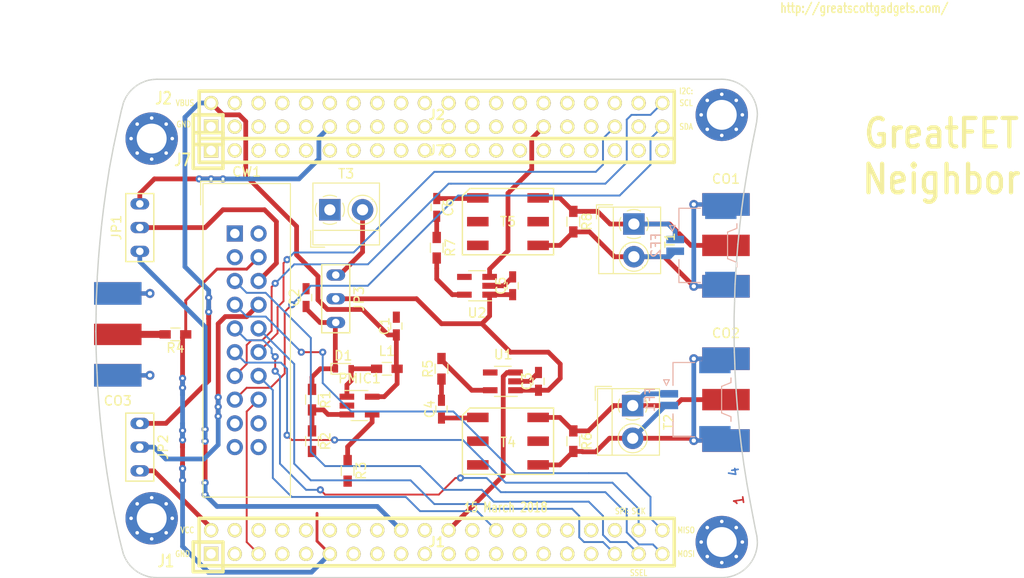
<source format=kicad_pcb>
(kicad_pcb (version 20171130) (host pcbnew "(5.0.0-rc2-dev-86-gcd2224b94)")
  (layers (0 F.Cu signal) (1 C2.Cu power hide) (2 C3.Cu power hide) (31 B.Cu signal) (35 F.Paste user) (37 F.SilkS user) (39 F.Mask user) (44 Edge.Cuts user))
  (net 0 "")
  (net 1 GND)
  (net 2 VCC)
  (net 3 VBUS)
  (net 4 /V_DRIVE_BOOST)
  (net 5 "/Glitch Driver/V_GATEDRIVE")
  (net 6 "Net-(C4-Pad2)")
  (net 7 "Net-(C4-Pad1)")
  (net 8 "Net-(C6-Pad2)")
  (net 9 "Net-(C6-Pad1)")
  (net 10 "/Glitch Driver/DRIVE+")
  (net 11 "/Glitch Driver/DRIVE-")
  (net 12 "Net-(CO3-Pad1)")
  (net 13 "Net-(CW1-Pad1)")
  (net 14 "Net-(CW1-Pad3)")
  (net 15 /CW_CLKIN)
  (net 16 /GF_SSEL)
  (net 17 /GLITCH_OR_CLKOUT)
  (net 18 /GF_MISO)
  (net 19 /CW_VREF)
  (net 20 /GF_MOSI)
  (net 21 /GF_UART_TX)
  (net 22 /GF_SCK)
  (net 23 /GF_UART_RX)
  (net 24 /GF_I2C_CLK)
  (net 25 /GF_GPIO1)
  (net 26 /GF_I2C_DAT)
  (net 27 /CW_TRIGGER)
  (net 28 "Net-(CW1-Pad18)")
  (net 29 "Net-(CW1-Pad20)")
  (net 30 "Net-(D1-Pad2)")
  (net 31 /P4_9)
  (net 32 /P0_0)
  (net 33 /P0_1)
  (net 34 /P1_0)
  (net 35 /P5_0)
  (net 36 /P5_1)
  (net 37 /P1_1)
  (net 38 /P1_2)
  (net 39 /P1_5)
  (net 40 /P5_2)
  (net 41 /P1_7)
  (net 42 /P1_6)
  (net 43 /P1_9)
  (net 44 /GLITCH_GEN)
  (net 45 /P5_3)
  (net 46 /P1_10)
  (net 47 /P1_12)
  (net 48 /P5_5)
  (net 49 /P5_4)
  (net 50 /P1_14)
  (net 51 /P5_6)
  (net 52 /P1_15)
  (net 53 /P5_7)
  (net 54 /P1_16)
  (net 55 /P1_18)
  (net 56 /P1_17)
  (net 57 /P9_5)
  (net 58 /P9_6)
  (net 59 /P6_0)
  (net 60 /P4_8)
  (net 61 /P4_0)
  (net 62 /ADC0_0)
  (net 63 /P4_5)
  (net 64 /P4_4)
  (net 65 /P4_2)
  (net 66 /P4_3)
  (net 67 /P4_6)
  (net 68 /GF_CLKIN)
  (net 69 /CLK2)
  (net 70 /P2_8)
  (net 71 /P2_7)
  (net 72 /P2_6)
  (net 73 /P7_7)
  (net 74 /WAKEUP0)
  (net 75 /P2_5)
  (net 76 /P2_4)
  (net 77 /P2_3)
  (net 78 /PF_4)
  (net 79 /P3_2)
  (net 80 /P7_2)
  (net 81 /P3_1)
  (net 82 /P7_1)
  (net 83 /P3_0)
  (net 84 /P7_0)
  (net 85 /P3_4)
  (net 86 /P3_7)
  (net 87 /P6_7)
  (net 88 /P3_3)
  (net 89 /P2_2)
  (net 90 /P6_6)
  (net 91 /P6_3)
  (net 92 /P3_5)
  (net 93 /P3_6)
  (net 94 /P6_4)
  (net 95 /P6_5)
  (net 96 /ADC0_5)
  (net 97 /ADC0_2)
  (net 98 /P2_9)
  (net 99 /P2_12)
  (net 100 /P2_13)
  (net 101 /RTC_ALARM)
  (net 102 /RESET)
  (net 103 /VBAT)
  (net 104 /P2_11)
  (net 105 /P2_10)
  (net 106 /P6_10)
  (net 107 /P6_9)
  (net 108 /P6_2)
  (net 109 /P6_1)
  (net 110 "Net-(JP3-Pad3)")
  (net 111 "Net-(PMIC1-Pad3)")
  (net 112 "Net-(PMIC1-Pad4)")
  (net 113 "Net-(R5-Pad2)")
  (net 114 "Net-(R7-Pad2)")
  (net 115 "Net-(T4-Pad5)")
  (net 116 "Net-(T4-Pad2)")
  (net 117 "Net-(T5-Pad2)")
  (net 118 "Net-(T5-Pad5)")
  (net 119 /GATE_DRIVE_SEQ1)
  (net 120 /GATE_DRIVE_SEQ2)
  (module gsg-modules:HEADER-1x20 (layer F.Cu) (at 146.05 76.2)
    (fp_text reference J7 (at 0 0) (layer F.SilkS) (effects (font (size 1.016 1.016) (thickness 0.2032))))
    (fp_text value BONUS_ROW hide)
    (pad 1 thru_hole rect (at -24.13 0) (size 1.524 1.524) (drill 1.016) (layers *.Cu *.Mask F.SilkS) (net 1 GND))
    (pad 2 thru_hole circle (at -21.59 0) (size 1.524 1.524) (drill 1.016) (layers *.Cu *.Mask F.SilkS) (net 94 /P6_4))
    (pad 3 thru_hole circle (at -19.05 0) (size 1.524 1.524) (drill 1.016) (layers *.Cu *.Mask F.SilkS) (net 95 /P6_5))
    (pad 4 thru_hole circle (at -16.51 0) (size 1.524 1.524) (drill 1.016) (layers *.Cu *.Mask F.SilkS) (net 96 /ADC0_5))
    (pad 5 thru_hole circle (at -13.97 0) (size 1.524 1.524) (drill 1.016) (layers *.Cu *.Mask F.SilkS) (net 97 /ADC0_2))
    (pad 6 thru_hole circle (at -11.43 0) (size 1.524 1.524) (drill 1.016) (layers *.Cu *.Mask F.SilkS) (net 98 /P2_9))
    (pad 7 thru_hole circle (at -8.89 0) (size 1.524 1.524) (drill 1.016) (layers *.Cu *.Mask F.SilkS) (net 99 /P2_12))
    (pad 8 thru_hole circle (at -6.35 0) (size 1.524 1.524) (drill 1.016) (layers *.Cu *.Mask F.SilkS) (net 100 /P2_13))
    (pad 9 thru_hole circle (at -3.81 0) (size 1.524 1.524) (drill 1.016) (layers *.Cu *.Mask F.SilkS) (net 101 /RTC_ALARM))
    (pad 10 thru_hole circle (at -1.27 0) (size 1.524 1.524) (drill 1.016) (layers *.Cu *.Mask F.SilkS) (net 1 GND))
    (pad 11 thru_hole circle (at 1.27 0) (size 1.524 1.524) (drill 1.016) (layers *.Cu *.Mask F.SilkS) (net 102 /RESET))
    (pad 12 thru_hole circle (at 3.81 0) (size 1.524 1.524) (drill 1.016) (layers *.Cu *.Mask F.SilkS) (net 103 /VBAT))
    (pad 13 thru_hole circle (at 6.35 0) (size 1.524 1.524) (drill 1.016) (layers *.Cu *.Mask F.SilkS) (net 104 /P2_11))
    (pad 14 thru_hole circle (at 8.89 0) (size 1.524 1.524) (drill 1.016) (layers *.Cu *.Mask F.SilkS) (net 105 /P2_10))
    (pad 15 thru_hole circle (at 11.43 0) (size 1.524 1.524) (drill 1.016) (layers *.Cu *.Mask F.SilkS) (net 106 /P6_10))
    (pad 16 thru_hole circle (at 13.97 0) (size 1.524 1.524) (drill 1.016) (layers *.Cu *.Mask F.SilkS) (net 107 /P6_9))
    (pad 17 thru_hole circle (at 16.51 0) (size 1.524 1.524) (drill 1.016) (layers *.Cu *.Mask F.SilkS) (net 108 /P6_2))
    (pad 18 thru_hole circle (at 19.05 0) (size 1.524 1.524) (drill 1.016) (layers *.Cu *.Mask F.SilkS) (net 109 /P6_1))
    (pad 19 thru_hole circle (at 21.59 0) (size 1.524 1.524) (drill 1.016) (layers *.Cu *.Mask F.SilkS) (net 1 GND))
    (pad 20 thru_hole circle (at 24.13 0) (size 1.524 1.524) (drill 1.016) (layers *.Cu *.Mask F.SilkS) (net 2 VCC))
  )
  (module gsg-modules:HEADER-2x20 (layer F.Cu) (at 146.05 118.11)
    (fp_text reference J1 (at 0 0) (layer F.SilkS) (effects (font (size 1.016 1.016) (thickness 0.2032))))
    (fp_text value NEIGHBOR1 hide)
    (pad 1 thru_hole rect (at -24.13 1.27) (size 1.524 1.524) (drill 1.016) (layers *.Cu *.Mask F.SilkS) (net 1 GND))
    (pad 2 thru_hole circle (at -24.13 -1.27) (size 1.524 1.524) (drill 1.016) (layers *.Cu *.Mask F.SilkS) (net 2 VCC))
    (pad 3 thru_hole circle (at -21.59 1.27) (size 1.524 1.524) (drill 1.016) (layers *.Cu *.Mask F.SilkS) (net 31 /P4_9))
    (pad 4 thru_hole circle (at -21.59 -1.27) (size 1.524 1.524) (drill 1.016) (layers *.Cu *.Mask F.SilkS) (net 32 /P0_0))
    (pad 5 thru_hole circle (at -19.05 1.27) (size 1.524 1.524) (drill 1.016) (layers *.Cu *.Mask F.SilkS) (net 27 /CW_TRIGGER))
    (pad 6 thru_hole circle (at -19.05 -1.27) (size 1.524 1.524) (drill 1.016) (layers *.Cu *.Mask F.SilkS) (net 33 /P0_1))
    (pad 7 thru_hole circle (at -16.51 1.27) (size 1.524 1.524) (drill 1.016) (layers *.Cu *.Mask F.SilkS) (net 34 /P1_0))
    (pad 8 thru_hole circle (at -16.51 -1.27) (size 1.524 1.524) (drill 1.016) (layers *.Cu *.Mask F.SilkS) (net 35 /P5_0))
    (pad 9 thru_hole circle (at -13.97 1.27) (size 1.524 1.524) (drill 1.016) (layers *.Cu *.Mask F.SilkS) (net 36 /P5_1))
    (pad 10 thru_hole circle (at -13.97 -1.27) (size 1.524 1.524) (drill 1.016) (layers *.Cu *.Mask F.SilkS) (net 37 /P1_1))
    (pad 11 thru_hole circle (at -11.43 1.27) (size 1.524 1.524) (drill 1.016) (layers *.Cu *.Mask F.SilkS) (net 15 /CW_CLKIN))
    (pad 12 thru_hole circle (at -11.43 -1.27) (size 1.524 1.524) (drill 1.016) (layers *.Cu *.Mask F.SilkS) (net 38 /P1_2))
    (pad 13 thru_hole circle (at -8.89 1.27) (size 1.524 1.524) (drill 1.016) (layers *.Cu *.Mask F.SilkS) (net 39 /P1_5))
    (pad 14 thru_hole circle (at -8.89 -1.27) (size 1.524 1.524) (drill 1.016) (layers *.Cu *.Mask F.SilkS) (net 40 /P5_2))
    (pad 15 thru_hole circle (at -6.35 1.27) (size 1.524 1.524) (drill 1.016) (layers *.Cu *.Mask F.SilkS) (net 41 /P1_7))
    (pad 16 thru_hole circle (at -6.35 -1.27) (size 1.524 1.524) (drill 1.016) (layers *.Cu *.Mask F.SilkS) (net 42 /P1_6))
    (pad 17 thru_hole circle (at -3.81 1.27) (size 1.524 1.524) (drill 1.016) (layers *.Cu *.Mask F.SilkS) (net 43 /P1_9))
    (pad 18 thru_hole circle (at -3.81 -1.27) (size 1.524 1.524) (drill 1.016) (layers *.Cu *.Mask F.SilkS) (net 44 /GLITCH_GEN))
    (pad 19 thru_hole circle (at -1.27 1.27) (size 1.524 1.524) (drill 1.016) (layers *.Cu *.Mask F.SilkS) (net 45 /P5_3))
    (pad 20 thru_hole circle (at -1.27 -1.27) (size 1.524 1.524) (drill 1.016) (layers *.Cu *.Mask F.SilkS) (net 46 /P1_10))
    (pad 21 thru_hole circle (at 1.27 1.27) (size 1.524 1.524) (drill 1.016) (layers *.Cu *.Mask F.SilkS) (net 47 /P1_12))
    (pad 22 thru_hole circle (at 1.27 -1.27) (size 1.524 1.524) (drill 1.016) (layers *.Cu *.Mask F.SilkS) (net 119 /GATE_DRIVE_SEQ1))
    (pad 23 thru_hole circle (at 3.81 1.27) (size 1.524 1.524) (drill 1.016) (layers *.Cu *.Mask F.SilkS) (net 48 /P5_5))
    (pad 24 thru_hole circle (at 3.81 -1.27) (size 1.524 1.524) (drill 1.016) (layers *.Cu *.Mask F.SilkS) (net 49 /P5_4))
    (pad 25 thru_hole circle (at 6.35 1.27) (size 1.524 1.524) (drill 1.016) (layers *.Cu *.Mask F.SilkS) (net 50 /P1_14))
    (pad 26 thru_hole circle (at 6.35 -1.27) (size 1.524 1.524) (drill 1.016) (layers *.Cu *.Mask F.SilkS) (net 25 /GF_GPIO1))
    (pad 27 thru_hole circle (at 8.89 1.27) (size 1.524 1.524) (drill 1.016) (layers *.Cu *.Mask F.SilkS) (net 51 /P5_6))
    (pad 28 thru_hole circle (at 8.89 -1.27) (size 1.524 1.524) (drill 1.016) (layers *.Cu *.Mask F.SilkS) (net 52 /P1_15))
    (pad 29 thru_hole circle (at 11.43 1.27) (size 1.524 1.524) (drill 1.016) (layers *.Cu *.Mask F.SilkS) (net 53 /P5_7))
    (pad 30 thru_hole circle (at 11.43 -1.27) (size 1.524 1.524) (drill 1.016) (layers *.Cu *.Mask F.SilkS) (net 54 /P1_16))
    (pad 31 thru_hole circle (at 13.97 1.27) (size 1.524 1.524) (drill 1.016) (layers *.Cu *.Mask F.SilkS) (net 55 /P1_18))
    (pad 32 thru_hole circle (at 13.97 -1.27) (size 1.524 1.524) (drill 1.016) (layers *.Cu *.Mask F.SilkS) (net 56 /P1_17))
    (pad 33 thru_hole circle (at 16.51 1.27) (size 1.524 1.524) (drill 1.016) (layers *.Cu *.Mask F.SilkS) (net 57 /P9_5))
    (pad 34 thru_hole circle (at 16.51 -1.27) (size 1.524 1.524) (drill 1.016) (layers *.Cu *.Mask F.SilkS) (net 58 /P9_6))
    (pad 35 thru_hole circle (at 19.05 1.27) (size 1.524 1.524) (drill 1.016) (layers *.Cu *.Mask F.SilkS) (net 21 /GF_UART_TX))
    (pad 36 thru_hole circle (at 19.05 -1.27) (size 1.524 1.524) (drill 1.016) (layers *.Cu *.Mask F.SilkS) (net 59 /P6_0))
    (pad 37 thru_hole circle (at 21.59 1.27) (size 1.524 1.524) (drill 1.016) (layers *.Cu *.Mask F.SilkS) (net 16 /GF_SSEL))
    (pad 38 thru_hole circle (at 21.59 -1.27) (size 1.524 1.524) (drill 1.016) (layers *.Cu *.Mask F.SilkS) (net 22 /GF_SCK))
    (pad 39 thru_hole circle (at 24.13 1.27) (size 1.524 1.524) (drill 1.016) (layers *.Cu *.Mask F.SilkS) (net 20 /GF_MOSI))
    (pad 40 thru_hole circle (at 24.13 -1.27) (size 1.524 1.524) (drill 1.016) (layers *.Cu *.Mask F.SilkS) (net 18 /GF_MISO))
  )
  (module gsg-modules:HEADER-2x20 (layer F.Cu) (at 146.05 72.39)
    (fp_text reference J2 (at 0 0) (layer F.SilkS) (effects (font (size 1.016 1.016) (thickness 0.2032))))
    (fp_text value NEIGHBOR2 hide)
    (pad 1 thru_hole rect (at -24.13 1.27) (size 1.524 1.524) (drill 1.016) (layers *.Cu *.Mask F.SilkS) (net 1 GND))
    (pad 2 thru_hole circle (at -24.13 -1.27) (size 1.524 1.524) (drill 1.016) (layers *.Cu *.Mask F.SilkS) (net 3 VBUS))
    (pad 3 thru_hole circle (at -21.59 1.27) (size 1.524 1.524) (drill 1.016) (layers *.Cu *.Mask F.SilkS) (net 60 /P4_8))
    (pad 4 thru_hole circle (at -21.59 -1.27) (size 1.524 1.524) (drill 1.016) (layers *.Cu *.Mask F.SilkS) (net 61 /P4_0))
    (pad 5 thru_hole circle (at -19.05 1.27) (size 1.524 1.524) (drill 1.016) (layers *.Cu *.Mask F.SilkS) (net 62 /ADC0_0))
    (pad 6 thru_hole circle (at -19.05 -1.27) (size 1.524 1.524) (drill 1.016) (layers *.Cu *.Mask F.SilkS) (net 63 /P4_5))
    (pad 7 thru_hole circle (at -16.51 1.27) (size 1.524 1.524) (drill 1.016) (layers *.Cu *.Mask F.SilkS) (net 64 /P4_4))
    (pad 8 thru_hole circle (at -16.51 -1.27) (size 1.524 1.524) (drill 1.016) (layers *.Cu *.Mask F.SilkS) (net 65 /P4_2))
    (pad 9 thru_hole circle (at -13.97 1.27) (size 1.524 1.524) (drill 1.016) (layers *.Cu *.Mask F.SilkS) (net 66 /P4_3))
    (pad 10 thru_hole circle (at -13.97 -1.27) (size 1.524 1.524) (drill 1.016) (layers *.Cu *.Mask F.SilkS) (net 67 /P4_6))
    (pad 11 thru_hole circle (at -11.43 1.27) (size 1.524 1.524) (drill 1.016) (layers *.Cu *.Mask F.SilkS) (net 68 /GF_CLKIN))
    (pad 12 thru_hole circle (at -11.43 -1.27) (size 1.524 1.524) (drill 1.016) (layers *.Cu *.Mask F.SilkS) (net 69 /CLK2))
    (pad 13 thru_hole circle (at -8.89 1.27) (size 1.524 1.524) (drill 1.016) (layers *.Cu *.Mask F.SilkS) (net 70 /P2_8))
    (pad 14 thru_hole circle (at -8.89 -1.27) (size 1.524 1.524) (drill 1.016) (layers *.Cu *.Mask F.SilkS) (net 71 /P2_7))
    (pad 15 thru_hole circle (at -6.35 1.27) (size 1.524 1.524) (drill 1.016) (layers *.Cu *.Mask F.SilkS) (net 72 /P2_6))
    (pad 16 thru_hole circle (at -6.35 -1.27) (size 1.524 1.524) (drill 1.016) (layers *.Cu *.Mask F.SilkS) (net 73 /P7_7))
    (pad 17 thru_hole circle (at -3.81 1.27) (size 1.524 1.524) (drill 1.016) (layers *.Cu *.Mask F.SilkS) (net 74 /WAKEUP0))
    (pad 18 thru_hole circle (at -3.81 -1.27) (size 1.524 1.524) (drill 1.016) (layers *.Cu *.Mask F.SilkS) (net 75 /P2_5))
    (pad 19 thru_hole circle (at -1.27 1.27) (size 1.524 1.524) (drill 1.016) (layers *.Cu *.Mask F.SilkS) (net 76 /P2_4))
    (pad 20 thru_hole circle (at -1.27 -1.27) (size 1.524 1.524) (drill 1.016) (layers *.Cu *.Mask F.SilkS) (net 77 /P2_3))
    (pad 21 thru_hole circle (at 1.27 1.27) (size 1.524 1.524) (drill 1.016) (layers *.Cu *.Mask F.SilkS) (net 78 /PF_4))
    (pad 22 thru_hole circle (at 1.27 -1.27) (size 1.524 1.524) (drill 1.016) (layers *.Cu *.Mask F.SilkS) (net 79 /P3_2))
    (pad 23 thru_hole circle (at 3.81 1.27) (size 1.524 1.524) (drill 1.016) (layers *.Cu *.Mask F.SilkS) (net 80 /P7_2))
    (pad 24 thru_hole circle (at 3.81 -1.27) (size 1.524 1.524) (drill 1.016) (layers *.Cu *.Mask F.SilkS) (net 81 /P3_1))
    (pad 25 thru_hole circle (at 6.35 1.27) (size 1.524 1.524) (drill 1.016) (layers *.Cu *.Mask F.SilkS) (net 82 /P7_1))
    (pad 26 thru_hole circle (at 6.35 -1.27) (size 1.524 1.524) (drill 1.016) (layers *.Cu *.Mask F.SilkS) (net 83 /P3_0))
    (pad 27 thru_hole circle (at 8.89 1.27) (size 1.524 1.524) (drill 1.016) (layers *.Cu *.Mask F.SilkS) (net 84 /P7_0))
    (pad 28 thru_hole circle (at 8.89 -1.27) (size 1.524 1.524) (drill 1.016) (layers *.Cu *.Mask F.SilkS) (net 85 /P3_4))
    (pad 29 thru_hole circle (at 11.43 1.27) (size 1.524 1.524) (drill 1.016) (layers *.Cu *.Mask F.SilkS) (net 120 /GATE_DRIVE_SEQ2))
    (pad 30 thru_hole circle (at 11.43 -1.27) (size 1.524 1.524) (drill 1.016) (layers *.Cu *.Mask F.SilkS) (net 86 /P3_7))
    (pad 31 thru_hole circle (at 13.97 1.27) (size 1.524 1.524) (drill 1.016) (layers *.Cu *.Mask F.SilkS) (net 87 /P6_7))
    (pad 32 thru_hole circle (at 13.97 -1.27) (size 1.524 1.524) (drill 1.016) (layers *.Cu *.Mask F.SilkS) (net 88 /P3_3))
    (pad 33 thru_hole circle (at 16.51 1.27) (size 1.524 1.524) (drill 1.016) (layers *.Cu *.Mask F.SilkS) (net 89 /P2_2))
    (pad 34 thru_hole circle (at 16.51 -1.27) (size 1.524 1.524) (drill 1.016) (layers *.Cu *.Mask F.SilkS) (net 90 /P6_6))
    (pad 35 thru_hole circle (at 19.05 1.27) (size 1.524 1.524) (drill 1.016) (layers *.Cu *.Mask F.SilkS) (net 23 /GF_UART_RX))
    (pad 36 thru_hole circle (at 19.05 -1.27) (size 1.524 1.524) (drill 1.016) (layers *.Cu *.Mask F.SilkS) (net 91 /P6_3))
    (pad 37 thru_hole circle (at 21.59 1.27) (size 1.524 1.524) (drill 1.016) (layers *.Cu *.Mask F.SilkS) (net 92 /P3_5))
    (pad 38 thru_hole circle (at 21.59 -1.27) (size 1.524 1.524) (drill 1.016) (layers *.Cu *.Mask F.SilkS) (net 93 /P3_6))
    (pad 39 thru_hole circle (at 24.13 1.27) (size 1.524 1.524) (drill 1.016) (layers *.Cu *.Mask F.SilkS) (net 26 /GF_I2C_DAT))
    (pad 40 thru_hole circle (at 24.13 -1.27) (size 1.524 1.524) (drill 1.016) (layers *.Cu *.Mask F.SilkS) (net 24 /GF_I2C_CLK))
  )
  (module gsg-modules:HOLE126MIL-COPPER (layer F.Cu) (at 115.57 74.93)
    (fp_text reference MH1 hide)
    (fp_text value MOUNTING_HOLE hide)
    (pad 1 thru_hole circle (at 0 0) (size 5.6 5.6) (drill 3.2004) (layers *.Cu *.Mask) (net 1 GND))
    (pad 1 thru_hole circle (at 0 -2.2) (size 0.6 0.6) (drill 0.381) (layers *.Cu *.Mask) (net 1 GND))
    (pad 1 thru_hole circle (at -2.2 0) (size 0.6 0.6) (drill 0.381) (layers *.Cu *.Mask) (net 1 GND))
    (pad 1 thru_hole circle (at 0 2.2) (size 0.6 0.6) (drill 0.381) (layers *.Cu *.Mask) (net 1 GND))
    (pad 1 thru_hole circle (at 2.2 0) (size 0.6 0.6) (drill 0.381) (layers *.Cu *.Mask) (net 1 GND))
    (pad 1 thru_hole circle (at 1.55 -1.55) (size 0.6 0.6) (drill 0.381) (layers *.Cu *.Mask) (net 1 GND))
    (pad 1 thru_hole circle (at -1.55 -1.55) (size 0.6 0.6) (drill 0.381) (layers *.Cu *.Mask) (net 1 GND))
    (pad 1 thru_hole circle (at -1.55 1.55) (size 0.6 0.6) (drill 0.381) (layers *.Cu *.Mask) (net 1 GND))
    (pad 1 thru_hole circle (at 1.55 1.55) (size 0.6 0.6) (drill 0.381) (layers *.Cu *.Mask) (net 1 GND))
  )
  (module gsg-modules:HOLE126MIL-COPPER (layer F.Cu) (at 115.57 115.57)
    (fp_text reference MH2 hide)
    (fp_text value MOUNTING_HOLE hide)
    (pad 1 thru_hole circle (at 0 0) (size 5.6 5.6) (drill 3.2004) (layers *.Cu *.Mask) (net 1 GND))
    (pad 1 thru_hole circle (at 0 -2.2) (size 0.6 0.6) (drill 0.381) (layers *.Cu *.Mask) (net 1 GND))
    (pad 1 thru_hole circle (at -2.2 0) (size 0.6 0.6) (drill 0.381) (layers *.Cu *.Mask) (net 1 GND))
    (pad 1 thru_hole circle (at 0 2.2) (size 0.6 0.6) (drill 0.381) (layers *.Cu *.Mask) (net 1 GND))
    (pad 1 thru_hole circle (at 2.2 0) (size 0.6 0.6) (drill 0.381) (layers *.Cu *.Mask) (net 1 GND))
    (pad 1 thru_hole circle (at 1.55 -1.55) (size 0.6 0.6) (drill 0.381) (layers *.Cu *.Mask) (net 1 GND))
    (pad 1 thru_hole circle (at -1.55 -1.55) (size 0.6 0.6) (drill 0.381) (layers *.Cu *.Mask) (net 1 GND))
    (pad 1 thru_hole circle (at -1.55 1.55) (size 0.6 0.6) (drill 0.381) (layers *.Cu *.Mask) (net 1 GND))
    (pad 1 thru_hole circle (at 1.55 1.55) (size 0.6 0.6) (drill 0.381) (layers *.Cu *.Mask) (net 1 GND))
  )
  (module gsg-modules:HOLE126MIL-COPPER (layer F.Cu) (at 176.53 118.11)
    (fp_text reference MH3 hide)
    (fp_text value MOUNTING_HOLE hide)
    (pad 1 thru_hole circle (at 0 0) (size 5.6 5.6) (drill 3.2004) (layers *.Cu *.Mask) (net 1 GND))
    (pad 1 thru_hole circle (at 0 -2.2) (size 0.6 0.6) (drill 0.381) (layers *.Cu *.Mask) (net 1 GND))
    (pad 1 thru_hole circle (at -2.2 0) (size 0.6 0.6) (drill 0.381) (layers *.Cu *.Mask) (net 1 GND))
    (pad 1 thru_hole circle (at 0 2.2) (size 0.6 0.6) (drill 0.381) (layers *.Cu *.Mask) (net 1 GND))
    (pad 1 thru_hole circle (at 2.2 0) (size 0.6 0.6) (drill 0.381) (layers *.Cu *.Mask) (net 1 GND))
    (pad 1 thru_hole circle (at 1.55 -1.55) (size 0.6 0.6) (drill 0.381) (layers *.Cu *.Mask) (net 1 GND))
    (pad 1 thru_hole circle (at -1.55 -1.55) (size 0.6 0.6) (drill 0.381) (layers *.Cu *.Mask) (net 1 GND))
    (pad 1 thru_hole circle (at -1.55 1.55) (size 0.6 0.6) (drill 0.381) (layers *.Cu *.Mask) (net 1 GND))
    (pad 1 thru_hole circle (at 1.55 1.55) (size 0.6 0.6) (drill 0.381) (layers *.Cu *.Mask) (net 1 GND))
  )
  (module gsg-modules:HOLE126MIL-COPPER (layer F.Cu) (at 176.53 72.39)
    (fp_text reference MH4 hide)
    (fp_text value MOUNTING_HOLE hide)
    (pad 1 thru_hole circle (at 0 0) (size 5.6 5.6) (drill 3.2004) (layers *.Cu *.Mask) (net 1 GND))
    (pad 1 thru_hole circle (at 0 -2.2) (size 0.6 0.6) (drill 0.381) (layers *.Cu *.Mask) (net 1 GND))
    (pad 1 thru_hole circle (at -2.2 0) (size 0.6 0.6) (drill 0.381) (layers *.Cu *.Mask) (net 1 GND))
    (pad 1 thru_hole circle (at 0 2.2) (size 0.6 0.6) (drill 0.381) (layers *.Cu *.Mask) (net 1 GND))
    (pad 1 thru_hole circle (at 2.2 0) (size 0.6 0.6) (drill 0.381) (layers *.Cu *.Mask) (net 1 GND))
    (pad 1 thru_hole circle (at 1.55 -1.55) (size 0.6 0.6) (drill 0.381) (layers *.Cu *.Mask) (net 1 GND))
    (pad 1 thru_hole circle (at -1.55 -1.55) (size 0.6 0.6) (drill 0.381) (layers *.Cu *.Mask) (net 1 GND))
    (pad 1 thru_hole circle (at -1.55 1.55) (size 0.6 0.6) (drill 0.381) (layers *.Cu *.Mask) (net 1 GND))
    (pad 1 thru_hole circle (at 1.55 1.55) (size 0.6 0.6) (drill 0.381) (layers *.Cu *.Mask) (net 1 GND))
  )
  (module Capacitors_SMD:C_0603_HandSoldering (layer F.Cu) (at 141.732 94.996 90)
    (fp_text reference C1 (at 0 -1.25 90) (layer F.SilkS))
    (fp_text value C)
    (pad 1 smd rect (at -0.95 0 90) (size 1.2 0.75) (layers F.Cu F.Paste F.Mask) (net 3 VBUS))
    (pad 2 smd rect (at 0.95 0 90) (size 1.2 0.75) (layers F.Cu F.Paste F.Mask) (net 1 GND))
  )
  (module Capacitors_SMD:C_0603_HandSoldering (layer F.Cu) (at 132.08 91.948 90)
    (fp_text reference C2 (at 0 -1.25 90) (layer F.SilkS))
    (fp_text value C)
    (pad 2 smd rect (at 0.95 0 90) (size 1.2 0.75) (layers F.Cu F.Paste F.Mask) (net 1 GND))
    (pad 1 smd rect (at -0.95 0 90) (size 1.2 0.75) (layers F.Cu F.Paste F.Mask) (net 4 /V_DRIVE_BOOST))
  )
  (module Capacitors_SMD:C_0603_HandSoldering (layer F.Cu) (at 156.930854 100.914151 90)
    (fp_text reference C3 (at 0 -1.25 90) (layer F.SilkS))
    (fp_text value C)
    (pad 1 smd rect (at -0.95 0 90) (size 1.2 0.75) (layers F.Cu F.Paste F.Mask) (net 5 "/Glitch Driver/V_GATEDRIVE"))
    (pad 2 smd rect (at 0.95 0 90) (size 1.2 0.75) (layers F.Cu F.Paste F.Mask) (net 1 GND))
  )
  (module Capacitors_SMD:C_0603_HandSoldering (layer F.Cu) (at 146.558 103.886 90)
    (fp_text reference C4 (at 0 -1.25 90) (layer F.SilkS))
    (fp_text value C)
    (pad 2 smd rect (at 0.95 0 90) (size 1.2 0.75) (layers F.Cu F.Paste F.Mask) (net 6 "Net-(C4-Pad2)"))
    (pad 1 smd rect (at -0.95 0 90) (size 1.2 0.75) (layers F.Cu F.Paste F.Mask) (net 7 "Net-(C4-Pad1)"))
  )
  (module Capacitors_SMD:C_0603_HandSoldering (layer F.Cu) (at 154.16798 90.684588 90)
    (fp_text reference C5 (at 0 -1.25 90) (layer F.SilkS))
    (fp_text value C)
    (pad 1 smd rect (at -0.95 0 90) (size 1.2 0.75) (layers F.Cu F.Paste F.Mask) (net 5 "/Glitch Driver/V_GATEDRIVE"))
    (pad 2 smd rect (at 0.95 0 90) (size 1.2 0.75) (layers F.Cu F.Paste F.Mask) (net 1 GND))
  )
  (module Capacitors_SMD:C_0603_HandSoldering (layer F.Cu) (at 146.05 82.296 270)
    (fp_text reference C6 (at 0 -1.25 270) (layer F.SilkS))
    (fp_text value C)
    (pad 2 smd rect (at 0.95 0 270) (size 1.2 0.75) (layers F.Cu F.Paste F.Mask) (net 8 "Net-(C6-Pad2)"))
    (pad 1 smd rect (at -0.95 0 270) (size 1.2 0.75) (layers F.Cu F.Paste F.Mask) (net 9 "Net-(C6-Pad1)"))
  )
  (module Connectors_Molex:Molex_SMA_Jack_Edge_Mount (layer F.Cu) (at 175.26 86.36 180)
    (fp_text reference CO1 (at -1.72 7.11 180) (layer F.SilkS))
    (fp_text value Conn_Coaxial)
    (pad 1 smd rect (at -1.72 0 180) (size 5.08 2.29) (layers F.Cu F.Paste F.Mask) (net 10 "/Glitch Driver/DRIVE+"))
    (pad 2 smd rect (at -1.72 -4.38 180) (size 5.08 2.42) (layers F.Cu F.Paste F.Mask) (net 11 "/Glitch Driver/DRIVE-"))
    (pad 2 smd rect (at -1.72 4.38 180) (size 5.08 2.42) (layers F.Cu F.Paste F.Mask) (net 11 "/Glitch Driver/DRIVE-"))
    (pad 2 smd rect (at -1.72 -4.38 180) (size 5.08 2.42) (layers B.Cu) (net 11 "/Glitch Driver/DRIVE-"))
    (pad 2 smd rect (at -1.72 4.38 180) (size 5.08 2.42) (layers B.Cu) (net 11 "/Glitch Driver/DRIVE-"))
    (pad 2 thru_hole circle (at 1.72 -4.38 180) (size 0.97 0.97) (drill 0.46) (layers *.Cu) (net 11 "/Glitch Driver/DRIVE-"))
    (pad 2 thru_hole circle (at 1.72 4.38 180) (size 0.97 0.97) (drill 0.46) (layers *.Cu) (net 11 "/Glitch Driver/DRIVE-"))
    (pad 2 smd rect (at 1.27 -4.38 180) (size 0.89 0.46) (layers F.Cu) (net 11 "/Glitch Driver/DRIVE-"))
    (pad 2 smd rect (at 1.27 4.38 180) (size 0.89 0.46) (layers F.Cu) (net 11 "/Glitch Driver/DRIVE-"))
    (pad 2 smd rect (at 1.27 -4.38 180) (size 0.89 0.46) (layers B.Cu) (net 11 "/Glitch Driver/DRIVE-"))
    (pad 2 smd rect (at 1.27 4.38 180) (size 0.89 0.46) (layers B.Cu) (net 11 "/Glitch Driver/DRIVE-"))
  )
  (module Connectors_Molex:Molex_SMA_Jack_Edge_Mount (layer F.Cu) (at 175.26 102.87 180)
    (fp_text reference CO2 (at -1.72 7.11 180) (layer F.SilkS))
    (fp_text value Conn_Coaxial)
    (pad 2 smd rect (at 1.27 4.38 180) (size 0.89 0.46) (layers B.Cu) (net 11 "/Glitch Driver/DRIVE-"))
    (pad 2 smd rect (at 1.27 -4.38 180) (size 0.89 0.46) (layers B.Cu) (net 11 "/Glitch Driver/DRIVE-"))
    (pad 2 smd rect (at 1.27 4.38 180) (size 0.89 0.46) (layers F.Cu) (net 11 "/Glitch Driver/DRIVE-"))
    (pad 2 smd rect (at 1.27 -4.38 180) (size 0.89 0.46) (layers F.Cu) (net 11 "/Glitch Driver/DRIVE-"))
    (pad 2 thru_hole circle (at 1.72 4.38 180) (size 0.97 0.97) (drill 0.46) (layers *.Cu) (net 11 "/Glitch Driver/DRIVE-"))
    (pad 2 thru_hole circle (at 1.72 -4.38 180) (size 0.97 0.97) (drill 0.46) (layers *.Cu) (net 11 "/Glitch Driver/DRIVE-"))
    (pad 2 smd rect (at -1.72 4.38 180) (size 5.08 2.42) (layers B.Cu) (net 11 "/Glitch Driver/DRIVE-"))
    (pad 2 smd rect (at -1.72 -4.38 180) (size 5.08 2.42) (layers B.Cu) (net 11 "/Glitch Driver/DRIVE-"))
    (pad 2 smd rect (at -1.72 4.38 180) (size 5.08 2.42) (layers F.Cu F.Paste F.Mask) (net 11 "/Glitch Driver/DRIVE-"))
    (pad 2 smd rect (at -1.72 -4.38 180) (size 5.08 2.42) (layers F.Cu F.Paste F.Mask) (net 11 "/Glitch Driver/DRIVE-"))
    (pad 1 smd rect (at -1.72 0 180) (size 5.08 2.29) (layers F.Cu F.Paste F.Mask) (net 10 "/Glitch Driver/DRIVE+"))
  )
  (module Connectors_Molex:Molex_SMA_Jack_Edge_Mount (layer F.Cu) (at 113.665 95.885)
    (fp_text reference CO3 (at -1.72 7.11) (layer F.SilkS))
    (fp_text value Conn_Coaxial)
    (pad 1 smd rect (at -1.72 0) (size 5.08 2.29) (layers F.Cu F.Paste F.Mask) (net 12 "Net-(CO3-Pad1)"))
    (pad 2 smd rect (at -1.72 -4.38) (size 5.08 2.42) (layers F.Cu F.Paste F.Mask) (net 1 GND))
    (pad 2 smd rect (at -1.72 4.38) (size 5.08 2.42) (layers F.Cu F.Paste F.Mask) (net 1 GND))
    (pad 2 smd rect (at -1.72 -4.38) (size 5.08 2.42) (layers B.Cu) (net 1 GND))
    (pad 2 smd rect (at -1.72 4.38) (size 5.08 2.42) (layers B.Cu) (net 1 GND))
    (pad 2 thru_hole circle (at 1.72 -4.38) (size 0.97 0.97) (drill 0.46) (layers *.Cu) (net 1 GND))
    (pad 2 thru_hole circle (at 1.72 4.38) (size 0.97 0.97) (drill 0.46) (layers *.Cu) (net 1 GND))
    (pad 2 smd rect (at 1.27 -4.38) (size 0.89 0.46) (layers F.Cu) (net 1 GND))
    (pad 2 smd rect (at 1.27 4.38) (size 0.89 0.46) (layers F.Cu) (net 1 GND))
    (pad 2 smd rect (at 1.27 -4.38) (size 0.89 0.46) (layers B.Cu) (net 1 GND))
    (pad 2 smd rect (at 1.27 4.38) (size 0.89 0.46) (layers B.Cu) (net 1 GND))
  )
  (module Connectors_IDC:IDC-Header_2x10_Pitch2.54mm_Straight (layer F.Cu) (at 124.46 85.09)
    (fp_text reference CW1 (at 1.27 -6.604) (layer F.SilkS))
    (fp_text value CW-HEADER)
    (pad 1 thru_hole rect (at 0 0) (size 1.7272 1.7272) (drill 1.016) (layers *.Cu *.Mask) (net 13 "Net-(CW1-Pad1)"))
    (pad 2 thru_hole oval (at 2.54 0) (size 1.7272 1.7272) (drill 1.016) (layers *.Cu *.Mask) (net 1 GND))
    (pad 3 thru_hole oval (at 0 2.54) (size 1.7272 1.7272) (drill 1.016) (layers *.Cu *.Mask) (net 14 "Net-(CW1-Pad3)"))
    (pad 4 thru_hole oval (at 2.54 2.54) (size 1.7272 1.7272) (drill 1.016) (layers *.Cu *.Mask) (net 15 /CW_CLKIN))
    (pad 5 thru_hole oval (at 0 5.08) (size 1.7272 1.7272) (drill 1.016) (layers *.Cu *.Mask) (net 16 /GF_SSEL))
    (pad 6 thru_hole oval (at 2.54 5.08) (size 1.7272 1.7272) (drill 1.016) (layers *.Cu *.Mask) (net 17 /GLITCH_OR_CLKOUT))
    (pad 7 thru_hole oval (at 0 7.62) (size 1.7272 1.7272) (drill 1.016) (layers *.Cu *.Mask) (net 18 /GF_MISO))
    (pad 8 thru_hole oval (at 2.54 7.62) (size 1.7272 1.7272) (drill 1.016) (layers *.Cu *.Mask) (net 19 /CW_VREF))
    (pad 9 thru_hole oval (at 0 10.16) (size 1.7272 1.7272) (drill 1.016) (layers *.Cu *.Mask) (net 20 /GF_MOSI))
    (pad 10 thru_hole oval (at 2.54 10.16) (size 1.7272 1.7272) (drill 1.016) (layers *.Cu *.Mask) (net 21 /GF_UART_TX))
    (pad 11 thru_hole oval (at 0 12.7) (size 1.7272 1.7272) (drill 1.016) (layers *.Cu *.Mask) (net 22 /GF_SCK))
    (pad 12 thru_hole oval (at 2.54 12.7) (size 1.7272 1.7272) (drill 1.016) (layers *.Cu *.Mask) (net 23 /GF_UART_RX))
    (pad 13 thru_hole oval (at 0 15.24) (size 1.7272 1.7272) (drill 1.016) (layers *.Cu *.Mask) (net 24 /GF_I2C_CLK))
    (pad 14 thru_hole oval (at 2.54 15.24) (size 1.7272 1.7272) (drill 1.016) (layers *.Cu *.Mask) (net 25 /GF_GPIO1))
    (pad 15 thru_hole oval (at 0 17.78) (size 1.7272 1.7272) (drill 1.016) (layers *.Cu *.Mask) (net 26 /GF_I2C_DAT))
    (pad 16 thru_hole oval (at 2.54 17.78) (size 1.7272 1.7272) (drill 1.016) (layers *.Cu *.Mask) (net 27 /CW_TRIGGER))
    (pad 17 thru_hole oval (at 0 20.32) (size 1.7272 1.7272) (drill 1.016) (layers *.Cu *.Mask) (net 1 GND))
    (pad 18 thru_hole oval (at 2.54 20.32) (size 1.7272 1.7272) (drill 1.016) (layers *.Cu *.Mask) (net 28 "Net-(CW1-Pad18)"))
    (pad 19 thru_hole oval (at 0 22.86) (size 1.7272 1.7272) (drill 1.016) (layers *.Cu *.Mask) (net 1 GND))
    (pad 20 thru_hole oval (at 2.54 22.86) (size 1.7272 1.7272) (drill 1.016) (layers *.Cu *.Mask) (net 29 "Net-(CW1-Pad20)"))
  )
  (module Diodes_SMD:D_0603 (layer F.Cu) (at 136.056 99.568)
    (fp_text reference D1 (at 0 -1.4) (layer F.SilkS))
    (fp_text value D)
    (pad 1 smd rect (at -0.85 0) (size 0.6 0.8) (layers F.Cu F.Paste F.Mask) (net 4 /V_DRIVE_BOOST))
    (pad 2 smd rect (at 0.85 0) (size 0.6 0.8) (layers F.Cu F.Paste F.Mask) (net 30 "Net-(D1-Pad2)"))
  )
  (module Connectors_Molex:Molex_Panelmate-53780-0270_02x1.25mm_Angled (layer B.Cu) (at 173.355 102.87 270)
    (fp_text reference FF1 (at 0 4.49 270) (layer B.SilkS) (effects (justify mirror)))
    (fp_text value Conn_01x02)
    (pad "" smd rect (at -3.475 -2.44 270) (size 1.3 3.35) (layers B.Cu))
    (pad "" smd rect (at 3.475 -2.44 270) (size 1.3 3.35) (layers B.Cu))
    (pad 2 smd rect (at 0.625 2.44 270) (size 0.8 1.9) (layers B.Cu) (net 11 "/Glitch Driver/DRIVE-"))
    (pad 1 smd rect (at -0.625 2.44 270) (size 0.8 1.9) (layers B.Cu) (net 10 "/Glitch Driver/DRIVE+"))
  )
  (module Connectors_Molex:Molex_Panelmate-53780-0270_02x1.25mm_Angled (layer B.Cu) (at 173.99 86.36 270)
    (fp_text reference FF2 (at 0 4.49 270) (layer B.SilkS) (effects (justify mirror)))
    (fp_text value Conn_01x02)
    (pad 1 smd rect (at -0.625 2.44 270) (size 0.8 1.9) (layers B.Cu) (net 10 "/Glitch Driver/DRIVE+"))
    (pad 2 smd rect (at 0.625 2.44 270) (size 0.8 1.9) (layers B.Cu) (net 11 "/Glitch Driver/DRIVE-"))
    (pad "" smd rect (at 3.475 -2.44 270) (size 1.3 3.35) (layers B.Cu))
    (pad "" smd rect (at -3.475 -2.44 270) (size 1.3 3.35) (layers B.Cu))
  )
  (module Indigo:JUMP3 (layer F.Cu) (at 114.3 84.455 270)
    (fp_text reference JP1 (at 0 2.5 270) (layer F.SilkS))
    (fp_text value Jumper_NC_Dual)
    (pad 3 thru_hole oval (at 2.54 0 270) (size 1.2 2) (drill 0.8) (layers *.Cu *.Mask) (net 44 /GLITCH_GEN))
    (pad 2 thru_hole oval (at 0 0 270) (size 1.2 2) (drill 0.8) (layers *.Cu *.Mask) (net 17 /GLITCH_OR_CLKOUT))
    (pad 1 thru_hole oval (at -2.54 0 270) (size 1.2 2) (drill 0.8) (layers *.Cu *.Mask) (net 68 /GF_CLKIN))
  )
  (module Indigo:JUMP3 (layer F.Cu) (at 114.3 107.95 90)
    (fp_text reference JP2 (at 0 2.5 90) (layer F.SilkS))
    (fp_text value Jumper_NC_Dual)
    (pad 1 thru_hole oval (at -2.54 0 90) (size 1.2 2) (drill 0.8) (layers *.Cu *.Mask) (net 2 VCC))
    (pad 2 thru_hole oval (at 0 0 90) (size 1.2 2) (drill 0.8) (layers *.Cu *.Mask) (net 19 /CW_VREF))
    (pad 3 thru_hole oval (at 2.54 0 90) (size 1.2 2) (drill 0.8) (layers *.Cu *.Mask) (net 3 VBUS))
  )
  (module Indigo:JUMP3 (layer F.Cu) (at 135.255 92.075 90)
    (fp_text reference JP3 (at 0 2.5 90) (layer F.SilkS))
    (fp_text value Jumper_NC_Dual)
    (pad 1 thru_hole oval (at -2.54 0 90) (size 1.2 2) (drill 0.8) (layers *.Cu *.Mask) (net 4 /V_DRIVE_BOOST))
    (pad 2 thru_hole oval (at 0 0 90) (size 1.2 2) (drill 0.8) (layers *.Cu *.Mask) (net 5 "/Glitch Driver/V_GATEDRIVE"))
    (pad 3 thru_hole oval (at 2.54 0 90) (size 1.2 2) (drill 0.8) (layers *.Cu *.Mask) (net 110 "Net-(JP3-Pad3)"))
  )
  (module Inductors_SMD:L_0603_HandSoldering (layer F.Cu) (at 140.716 99.568)
    (fp_text reference L1 (at 0 -1.9) (layer F.SilkS))
    (fp_text value L)
    (pad 1 smd rect (at -1.1 0) (size 1.2 0.9) (layers F.Cu F.Paste F.Mask) (net 30 "Net-(D1-Pad2)"))
    (pad 2 smd rect (at 1.1 0) (size 1.2 0.9) (layers F.Cu F.Paste F.Mask) (net 3 VBUS))
  )
  (module TO_SOT_Packages_SMD:SOT-23-5_HandSoldering (layer F.Cu) (at 137.795 103.505)
    (fp_text reference PMIC1 (at 0 -2.9) (layer F.SilkS))
    (fp_text value AP3012)
    (pad 1 smd rect (at -1.35 -0.95) (size 1.56 0.65) (layers F.Cu F.Paste F.Mask) (net 30 "Net-(D1-Pad2)"))
    (pad 2 smd rect (at -1.35 0) (size 1.56 0.65) (layers F.Cu F.Paste F.Mask) (net 1 GND))
    (pad 3 smd rect (at -1.35 0.95) (size 1.56 0.65) (layers F.Cu F.Paste F.Mask) (net 111 "Net-(PMIC1-Pad3)"))
    (pad 4 smd rect (at 1.35 0.95) (size 1.56 0.65) (layers F.Cu F.Paste F.Mask) (net 112 "Net-(PMIC1-Pad4)"))
    (pad 5 smd rect (at 1.35 -0.95) (size 1.56 0.65) (layers F.Cu F.Paste F.Mask) (net 3 VBUS))
  )
  (module Resistors_SMD:R_0603_HandSoldering (layer F.Cu) (at 132.715 102.87 270)
    (fp_text reference R1 (at 0 -1.45 270) (layer F.SilkS))
    (fp_text value R)
    (pad 2 smd rect (at 1.1 0 270) (size 1.2 0.9) (layers F.Cu F.Paste F.Mask) (net 111 "Net-(PMIC1-Pad3)"))
    (pad 1 smd rect (at -1.1 0 270) (size 1.2 0.9) (layers F.Cu F.Paste F.Mask) (net 4 /V_DRIVE_BOOST))
  )
  (module Resistors_SMD:R_0603_HandSoldering (layer F.Cu) (at 132.715 107.315 270)
    (fp_text reference R2 (at 0 -1.45 270) (layer F.SilkS))
    (fp_text value R)
    (pad 1 smd rect (at -1.1 0 270) (size 1.2 0.9) (layers F.Cu F.Paste F.Mask) (net 111 "Net-(PMIC1-Pad3)"))
    (pad 2 smd rect (at 1.1 0 270) (size 1.2 0.9) (layers F.Cu F.Paste F.Mask) (net 1 GND))
  )
  (module Resistors_SMD:R_0603_HandSoldering (layer F.Cu) (at 136.525 110.49 270)
    (fp_text reference R3 (at 0 -1.45 270) (layer F.SilkS))
    (fp_text value R)
    (pad 1 smd rect (at -1.1 0 270) (size 1.2 0.9) (layers F.Cu F.Paste F.Mask) (net 112 "Net-(PMIC1-Pad4)"))
    (pad 2 smd rect (at 1.1 0 270) (size 1.2 0.9) (layers F.Cu F.Paste F.Mask) (net 1 GND))
  )
  (module Resistors_SMD:R_0603_HandSoldering (layer F.Cu) (at 118.11 95.885 180)
    (fp_text reference R4 (at 0 -1.45 180) (layer F.SilkS))
    (fp_text value 50R)
    (pad 2 smd rect (at 1.1 0 180) (size 1.2 0.9) (layers F.Cu F.Paste F.Mask) (net 12 "Net-(CO3-Pad1)"))
    (pad 1 smd rect (at -1.1 0 180) (size 1.2 0.9) (layers F.Cu F.Paste F.Mask) (net 15 /CW_CLKIN))
  )
  (module Resistors_SMD:R_0603_HandSoldering (layer F.Cu) (at 146.558 99.568 90)
    (fp_text reference R5 (at 0 -1.45 90) (layer F.SilkS))
    (fp_text value R-SHORTED)
    (pad 1 smd rect (at -1.1 0 90) (size 1.2 0.9) (layers F.Cu F.Paste F.Mask) (net 6 "Net-(C4-Pad2)"))
    (pad 2 smd rect (at 1.1 0 90) (size 1.2 0.9) (layers F.Cu F.Paste F.Mask) (net 113 "Net-(R5-Pad2)"))
  )
  (module Resistors_SMD:R_0603_HandSoldering (layer F.Cu) (at 160.655 107.315 270)
    (fp_text reference R6 (at 0 -1.45 270) (layer F.SilkS))
    (fp_text value R)
    (pad 2 smd rect (at 1.1 0 270) (size 1.2 0.9) (layers F.Cu F.Paste F.Mask) (net 11 "/Glitch Driver/DRIVE-"))
    (pad 1 smd rect (at -1.1 0 270) (size 1.2 0.9) (layers F.Cu F.Paste F.Mask) (net 10 "/Glitch Driver/DRIVE+"))
  )
  (module Resistors_SMD:R_0603_HandSoldering (layer F.Cu) (at 146.05 86.614 270)
    (fp_text reference R7 (at 0 -1.45 270) (layer F.SilkS))
    (fp_text value R-SHORTED)
    (pad 1 smd rect (at -1.1 0 270) (size 1.2 0.9) (layers F.Cu F.Paste F.Mask) (net 8 "Net-(C6-Pad2)"))
    (pad 2 smd rect (at 1.1 0 270) (size 1.2 0.9) (layers F.Cu F.Paste F.Mask) (net 114 "Net-(R7-Pad2)"))
  )
  (module Resistors_SMD:R_0603_HandSoldering (layer F.Cu) (at 160.655 83.82 270)
    (fp_text reference R8 (at 0 -1.45 270) (layer F.SilkS))
    (fp_text value R)
    (pad 2 smd rect (at 1.1 0 270) (size 1.2 0.9) (layers F.Cu F.Paste F.Mask) (net 11 "/Glitch Driver/DRIVE-"))
    (pad 1 smd rect (at -1.1 0 270) (size 1.2 0.9) (layers F.Cu F.Paste F.Mask) (net 10 "/Glitch Driver/DRIVE+"))
  )
  (module TerminalBlock_MetzConnect:TerminalBlock_MetzConnect_Type059_RT06302HBWC_Pitch3.50mm (layer F.Cu) (at 167.132 84.074 270)
    (fp_text reference T1 (at 1.75 -3.86 270) (layer F.SilkS))
    (fp_text value Screw_Terminal_01x02)
    (pad 1 thru_hole rect (at 0 0 270) (size 2.3 2.3) (drill 1.2) (layers *.Cu *.Mask) (net 10 "/Glitch Driver/DRIVE+"))
    (pad 2 thru_hole circle (at 3.5 0 270) (size 2.3 2.3) (drill 1.2) (layers *.Cu *.Mask) (net 11 "/Glitch Driver/DRIVE-"))
  )
  (module TerminalBlock_MetzConnect:TerminalBlock_MetzConnect_Type059_RT06302HBWC_Pitch3.50mm (layer F.Cu) (at 167.005 103.505 270)
    (fp_text reference T2 (at 1.75 -3.86 270) (layer F.SilkS))
    (fp_text value Screw_Terminal_01x02)
    (pad 2 thru_hole circle (at 3.5 0 270) (size 2.3 2.3) (drill 1.2) (layers *.Cu *.Mask) (net 11 "/Glitch Driver/DRIVE-"))
    (pad 1 thru_hole rect (at 0 0 270) (size 2.3 2.3) (drill 1.2) (layers *.Cu *.Mask) (net 10 "/Glitch Driver/DRIVE+"))
  )
  (module TerminalBlock_MetzConnect:TerminalBlock_MetzConnect_Type059_RT06302HBWC_Pitch3.50mm (layer F.Cu) (at 134.62 82.55)
    (fp_text reference T3 (at 1.75 -3.86) (layer F.SilkS))
    (fp_text value Screw_Terminal_01x02)
    (pad 1 thru_hole rect (at 0 0) (size 2.3 2.3) (drill 1.2) (layers *.Cu *.Mask) (net 1 GND))
    (pad 2 thru_hole circle (at 3.5 0) (size 2.3 2.3) (drill 1.2) (layers *.Cu *.Mask) (net 110 "Net-(JP3-Pad3)"))
  )
  (module Indigo:BALUN (layer F.Cu) (at 153.67 107.315 270)
    (fp_text reference T4 (at 0.127 0) (layer F.SilkS))
    (fp_text value BALUN)
    (pad 6 smd rect (at -2.54 -3.225 270) (size 1.02 2.3) (layers F.Cu F.Paste F.Mask) (net 10 "/Glitch Driver/DRIVE+"))
    (pad 1 smd rect (at -2.54 3.225 270) (size 1.02 2.3) (layers F.Cu F.Paste F.Mask) (net 7 "Net-(C4-Pad1)"))
    (pad 5 smd rect (at 0 -3.225 270) (size 1.02 2.3) (layers F.Cu F.Paste F.Mask) (net 115 "Net-(T4-Pad5)"))
    (pad 2 smd rect (at 0 3.225 270) (size 1.02 2.3) (layers F.Cu F.Paste F.Mask) (net 116 "Net-(T4-Pad2)"))
    (pad 4 smd rect (at 2.54 -3.225 270) (size 1.02 2.3) (layers F.Cu F.Paste F.Mask) (net 11 "/Glitch Driver/DRIVE-"))
    (pad 3 smd rect (at 2.54 3.225 270) (size 1.02 2.3) (layers F.Cu F.Paste F.Mask) (net 1 GND))
  )
  (module Indigo:BALUN (layer F.Cu) (at 153.67 83.82 270)
    (fp_text reference T5 (at 0 0) (layer F.SilkS))
    (fp_text value BALUN)
    (pad 3 smd rect (at 2.54 3.225 270) (size 1.02 2.3) (layers F.Cu F.Paste F.Mask) (net 1 GND))
    (pad 4 smd rect (at 2.54 -3.225 270) (size 1.02 2.3) (layers F.Cu F.Paste F.Mask) (net 11 "/Glitch Driver/DRIVE-"))
    (pad 2 smd rect (at 0 3.225 270) (size 1.02 2.3) (layers F.Cu F.Paste F.Mask) (net 117 "Net-(T5-Pad2)"))
    (pad 5 smd rect (at 0 -3.225 270) (size 1.02 2.3) (layers F.Cu F.Paste F.Mask) (net 118 "Net-(T5-Pad5)"))
    (pad 1 smd rect (at -2.54 3.225 270) (size 1.02 2.3) (layers F.Cu F.Paste F.Mask) (net 9 "Net-(C6-Pad1)"))
    (pad 6 smd rect (at -2.54 -3.225 270) (size 1.02 2.3) (layers F.Cu F.Paste F.Mask) (net 10 "/Glitch Driver/DRIVE+"))
  )
  (module TO_SOT_Packages_SMD:SOT-23-5_HandSoldering (layer F.Cu) (at 153.120854 100.914151 180)
    (fp_text reference U1 (at -0.041146 2.870151 180) (layer F.SilkS))
    (fp_text value UCC2751X-SOT23-5)
    (pad 5 smd rect (at 1.35 -0.95 180) (size 1.56 0.65) (layers F.Cu F.Paste F.Mask) (net 113 "Net-(R5-Pad2)"))
    (pad 4 smd rect (at 1.35 0.95 180) (size 1.56 0.65) (layers F.Cu F.Paste F.Mask) (net 1 GND))
    (pad 3 smd rect (at -1.35 0.95 180) (size 1.56 0.65) (layers F.Cu F.Paste F.Mask) (net 119 /GATE_DRIVE_SEQ1))
    (pad 2 smd rect (at -1.35 0 180) (size 1.56 0.65) (layers F.Cu F.Paste F.Mask) (net 1 GND))
    (pad 1 smd rect (at -1.35 -0.95 180) (size 1.56 0.65) (layers F.Cu F.Paste F.Mask) (net 5 "/Glitch Driver/V_GATEDRIVE"))
  )
  (module TO_SOT_Packages_SMD:SOT-23-5_HandSoldering (layer F.Cu) (at 150.35798 90.684588 180)
    (fp_text reference U2 (at 0 -2.9 180) (layer F.SilkS))
    (fp_text value UCC2751X-SOT23-5)
    (pad 1 smd rect (at -1.35 -0.95 180) (size 1.56 0.65) (layers F.Cu F.Paste F.Mask) (net 5 "/Glitch Driver/V_GATEDRIVE"))
    (pad 2 smd rect (at -1.35 0 180) (size 1.56 0.65) (layers F.Cu F.Paste F.Mask) (net 1 GND))
    (pad 3 smd rect (at -1.35 0.95 180) (size 1.56 0.65) (layers F.Cu F.Paste F.Mask) (net 120 /GATE_DRIVE_SEQ2))
    (pad 4 smd rect (at 1.35 0.95 180) (size 1.56 0.65) (layers F.Cu F.Paste F.Mask) (net 1 GND))
    (pad 5 smd rect (at 1.35 -0.95 180) (size 1.56 0.65) (layers F.Cu F.Paste F.Mask) (net 114 "Net-(R7-Pad2)"))
  )
  (gr_line (start 109.6772 98.933) (end 109.728 99.9998) (angle 90) (layer Edge.Cuts) (width 0.15))
  (gr_line (start 109.6264 97.4852) (end 109.6772 98.933) (angle 90) (layer Edge.Cuts) (width 0.15))
  (gr_line (start 109.601 95.5802) (end 109.6264 97.4852) (angle 90) (layer Edge.Cuts) (width 0.15))
  (gr_line (start 109.6264 93.726) (end 109.601 95.5802) (angle 90) (layer Edge.Cuts) (width 0.15))
  (gr_line (start 109.6518 92.1766) (end 109.6264 93.726) (angle 90) (layer Edge.Cuts) (width 0.15))
  (gr_line (start 109.728 90.5002) (end 109.6518 92.1766) (angle 90) (layer Edge.Cuts) (width 0.15))
  (gr_line (start 177.927 99.0346) (end 177.9524 99.9998) (angle 90) (layer Edge.Cuts) (width 0.15))
  (gr_line (start 177.8762 97.79) (end 177.927 99.0346) (angle 90) (layer Edge.Cuts) (width 0.15))
  (gr_line (start 177.8508 96.393) (end 177.8762 97.79) (angle 90) (layer Edge.Cuts) (width 0.15))
  (gr_line (start 177.8508 95.123) (end 177.8508 96.393) (angle 90) (layer Edge.Cuts) (width 0.15))
  (gr_line (start 177.8508 94.0054) (end 177.8508 95.123) (angle 90) (layer Edge.Cuts) (width 0.15))
  (gr_line (start 177.9016 92.3544) (end 177.8508 94.0054) (angle 90) (layer Edge.Cuts) (width 0.15))
  (gr_line (start 177.9524 90.5002) (end 177.9016 92.3544) (angle 90) (layer Edge.Cuts) (width 0.15))
  (gr_text "15 March 2018" (at 153.4414 114.4016) (layer F.SilkS) (effects (font (size 1.016 0.762) (thickness 0.1524))))
  (gr_text 4 (at 177.8508 110.5916 98.9) (layer B.Cu) (effects (font (size 1.016 1.016) (thickness 0.1778))))
  (gr_text 1 (at 178.3588 113.6396 98.9) (layer F.Cu) (effects (font (size 1.016 1.016) (thickness 0.1778))))
  (gr_text http://greatscottgadgets.com/ (at 191.77 60.96) (layer F.SilkS) (effects (font (size 1.016 0.762) (thickness 0.1524))))
  (gr_text GND (at 118.999 73.406) (layer F.SilkS) (effects (font (size 0.635 0.508) (thickness 0.1016))))
  (gr_text VBUS (at 119.126 71.12) (layer F.SilkS) (effects (font (size 0.635 0.508) (thickness 0.1016))))
  (gr_text VCC (at 119.38 116.84) (layer F.SilkS) (effects (font (size 0.635 0.508) (thickness 0.1016))))
  (gr_text GND (at 118.872 119.38) (layer F.SilkS) (effects (font (size 0.635 0.508) (thickness 0.1016))))
  (gr_text SPI: (at 165.862 114.808) (layer F.SilkS) (effects (font (size 0.635 0.508) (thickness 0.1016))))
  (gr_text I2C: (at 172.72 69.85) (layer F.SilkS) (effects (font (size 0.635 0.508) (thickness 0.1016))))
  (gr_text SCL (at 172.72 71.12) (layer F.SilkS) (effects (font (size 0.635 0.508) (thickness 0.1016))))
  (gr_text SDA (at 172.72 73.66) (layer F.SilkS) (effects (font (size 0.635 0.508) (thickness 0.1016))))
  (gr_text SCK (at 167.64 114.808) (layer F.SilkS) (effects (font (size 0.635 0.508) (thickness 0.1016))))
  (gr_text SSEL (at 167.64 121.412) (layer F.SilkS) (effects (font (size 0.635 0.508) (thickness 0.1016))))
  (gr_text MISO (at 172.72 116.84) (layer F.SilkS) (effects (font (size 0.635 0.508) (thickness 0.1016))))
  (gr_text MOSI (at 172.72 119.38) (layer F.SilkS) (effects (font (size 0.635 0.508) (thickness 0.1016))))
  (gr_text J7 (at 118.872 77.216) (layer F.SilkS) (effects (font (size 1.27 1.016) (thickness 0.2032))))
  (gr_text J2 (at 116.84 70.612) (layer F.SilkS) (effects (font (size 1.27 1.016) (thickness 0.2032))))
  (gr_text J1 (at 117.094 120.142) (layer F.SilkS) (effects (font (size 1.27 1.016) (thickness 0.2032))))
  (gr_line (start 180.2638 73.1266) (end 180.34 72.39) (angle 90) (layer Edge.Cuts) (width 0.15))
  (gr_line (start 109.7788 101.2952) (end 109.728 99.9998) (angle 90) (layer Edge.Cuts) (width 0.15))
  (gr_line (start 109.9058 103.0224) (end 109.7788 101.2952) (angle 90) (layer Edge.Cuts) (width 0.15))
  (gr_line (start 110.0582 104.8512) (end 109.9058 103.0224) (angle 90) (layer Edge.Cuts) (width 0.15))
  (gr_line (start 110.2614 106.7308) (end 110.0582 104.8512) (angle 90) (layer Edge.Cuts) (width 0.15))
  (gr_line (start 110.5154 108.8136) (end 110.2614 106.7308) (angle 90) (layer Edge.Cuts) (width 0.15))
  (gr_line (start 110.7948 110.744) (end 110.5154 108.8136) (angle 90) (layer Edge.Cuts) (width 0.15))
  (gr_line (start 111.1504 112.9284) (end 110.7948 110.744) (angle 90) (layer Edge.Cuts) (width 0.15))
  (gr_line (start 111.5314 114.9858) (end 111.1504 112.9284) (angle 90) (layer Edge.Cuts) (width 0.15))
  (gr_line (start 112.0902 117.602) (end 111.5314 114.9858) (angle 90) (layer Edge.Cuts) (width 0.15))
  (gr_line (start 112.3442 118.6434) (end 112.0902 117.602) (angle 90) (layer Edge.Cuts) (width 0.15))
  (gr_line (start 112.4458 119.0244) (end 112.3442 118.6434) (angle 90) (layer Edge.Cuts) (width 0.15))
  (gr_line (start 112.5474 119.4054) (end 112.4458 119.0244) (angle 90) (layer Edge.Cuts) (width 0.15))
  (gr_line (start 112.6998 119.761) (end 112.5474 119.4054) (angle 90) (layer Edge.Cuts) (width 0.15))
  (gr_line (start 112.8776 120.0912) (end 112.6998 119.761) (angle 90) (layer Edge.Cuts) (width 0.15))
  (gr_line (start 113.03 120.3198) (end 112.8776 120.0912) (angle 90) (layer Edge.Cuts) (width 0.15))
  (gr_line (start 113.2586 120.6246) (end 113.03 120.3198) (angle 90) (layer Edge.Cuts) (width 0.15))
  (gr_line (start 113.4872 120.8532) (end 113.2586 120.6246) (angle 90) (layer Edge.Cuts) (width 0.15))
  (gr_line (start 113.7412 121.0818) (end 113.4872 120.8532) (angle 90) (layer Edge.Cuts) (width 0.15))
  (gr_line (start 114.0968 121.3358) (end 113.7412 121.0818) (angle 90) (layer Edge.Cuts) (width 0.15))
  (gr_line (start 114.3762 121.4882) (end 114.0968 121.3358) (angle 90) (layer Edge.Cuts) (width 0.15))
  (gr_line (start 114.7572 121.666) (end 114.3762 121.4882) (angle 90) (layer Edge.Cuts) (width 0.15))
  (gr_line (start 115.2398 121.8184) (end 114.7572 121.666) (angle 90) (layer Edge.Cuts) (width 0.15))
  (gr_line (start 115.6462 121.8946) (end 115.2398 121.8184) (angle 90) (layer Edge.Cuts) (width 0.15))
  (gr_line (start 116.1288 121.92) (end 115.6462 121.8946) (angle 90) (layer Edge.Cuts) (width 0.15))
  (gr_line (start 109.7534 89.7128) (end 109.728 90.5002) (angle 90) (layer Edge.Cuts) (width 0.15))
  (gr_line (start 109.8804 87.7824) (end 109.7534 89.7128) (angle 90) (layer Edge.Cuts) (width 0.15))
  (gr_line (start 110.0074 86.2584) (end 109.8804 87.7824) (angle 90) (layer Edge.Cuts) (width 0.15))
  (gr_line (start 110.2106 84.201) (end 110.0074 86.2584) (angle 90) (layer Edge.Cuts) (width 0.15))
  (gr_line (start 110.4392 82.2706) (end 110.2106 84.201) (angle 90) (layer Edge.Cuts) (width 0.15))
  (gr_line (start 110.7186 80.264) (end 110.4392 82.2706) (angle 90) (layer Edge.Cuts) (width 0.15))
  (gr_line (start 111.0488 78.1304) (end 110.7186 80.264) (angle 90) (layer Edge.Cuts) (width 0.15))
  (gr_line (start 111.4806 75.8444) (end 111.0488 78.1304) (angle 90) (layer Edge.Cuts) (width 0.15))
  (gr_line (start 112.014 73.3298) (end 111.4806 75.8444) (angle 90) (layer Edge.Cuts) (width 0.15))
  (gr_line (start 112.3188 71.9582) (end 112.014 73.3298) (angle 90) (layer Edge.Cuts) (width 0.15))
  (gr_line (start 112.395 71.6788) (end 112.3188 71.9582) (angle 90) (layer Edge.Cuts) (width 0.15))
  (gr_line (start 112.4712 71.374) (end 112.395 71.6788) (angle 90) (layer Edge.Cuts) (width 0.15))
  (gr_line (start 112.5474 71.0946) (end 112.4712 71.374) (angle 90) (layer Edge.Cuts) (width 0.15))
  (gr_line (start 112.649 70.8406) (end 112.5474 71.0946) (angle 90) (layer Edge.Cuts) (width 0.15))
  (gr_line (start 112.8268 70.485) (end 112.649 70.8406) (angle 90) (layer Edge.Cuts) (width 0.15))
  (gr_line (start 113.0046 70.2056) (end 112.8268 70.485) (angle 90) (layer Edge.Cuts) (width 0.15))
  (gr_line (start 113.1824 69.977) (end 113.0046 70.2056) (angle 90) (layer Edge.Cuts) (width 0.15))
  (gr_line (start 113.3856 69.7484) (end 113.1824 69.977) (angle 90) (layer Edge.Cuts) (width 0.15))
  (gr_line (start 113.6904 69.469) (end 113.3856 69.7484) (angle 90) (layer Edge.Cuts) (width 0.15))
  (gr_line (start 114.0206 69.215) (end 113.6904 69.469) (angle 90) (layer Edge.Cuts) (width 0.15))
  (gr_line (start 114.3762 69.0118) (end 114.0206 69.215) (angle 90) (layer Edge.Cuts) (width 0.15))
  (gr_line (start 114.8334 68.8086) (end 114.3762 69.0118) (angle 90) (layer Edge.Cuts) (width 0.15))
  (gr_line (start 115.2398 68.6816) (end 114.8334 68.8086) (angle 90) (layer Edge.Cuts) (width 0.15))
  (gr_line (start 115.697 68.6054) (end 115.2398 68.6816) (angle 90) (layer Edge.Cuts) (width 0.15))
  (gr_line (start 116.1288 68.58) (end 115.697 68.6054) (angle 90) (layer Edge.Cuts) (width 0.15))
  (gr_line (start 180.2892 117.5004) (end 180.34 118.11) (angle 90) (layer Edge.Cuts) (width 0.15))
  (gr_line (start 180.1368 116.7892) (end 180.2892 117.5004) (angle 90) (layer Edge.Cuts) (width 0.15))
  (gr_line (start 179.8828 115.4684) (end 180.1368 116.7892) (angle 90) (layer Edge.Cuts) (width 0.15))
  (gr_line (start 179.5526 113.7158) (end 179.8828 115.4684) (angle 90) (layer Edge.Cuts) (width 0.15))
  (gr_line (start 179.2224 111.887) (end 179.5526 113.7158) (angle 90) (layer Edge.Cuts) (width 0.15))
  (gr_line (start 178.8922 109.8042) (end 179.2224 111.887) (angle 90) (layer Edge.Cuts) (width 0.15))
  (gr_line (start 178.6382 107.9246) (end 178.8922 109.8042) (angle 90) (layer Edge.Cuts) (width 0.15))
  (gr_line (start 178.4096 105.9942) (end 178.6382 107.9246) (angle 90) (layer Edge.Cuts) (width 0.15))
  (gr_line (start 178.2318 104.1146) (end 178.4096 105.9942) (angle 90) (layer Edge.Cuts) (width 0.15))
  (gr_line (start 178.0794 102.108) (end 178.2318 104.1146) (angle 90) (layer Edge.Cuts) (width 0.15))
  (gr_line (start 177.9524 99.9998) (end 178.0794 102.108) (angle 90) (layer Edge.Cuts) (width 0.15))
  (gr_line (start 180.1368 73.8124) (end 180.2638 73.1266) (angle 90) (layer Edge.Cuts) (width 0.15))
  (gr_line (start 179.8066 75.438) (end 180.1368 73.8124) (angle 90) (layer Edge.Cuts) (width 0.15))
  (gr_line (start 179.5018 77.0636) (end 179.8066 75.438) (angle 90) (layer Edge.Cuts) (width 0.15))
  (gr_line (start 179.197 78.8162) (end 179.5018 77.0636) (angle 90) (layer Edge.Cuts) (width 0.15))
  (gr_line (start 178.9176 80.5688) (end 179.197 78.8162) (angle 90) (layer Edge.Cuts) (width 0.15))
  (gr_line (start 178.6636 82.4484) (end 178.9176 80.5688) (angle 90) (layer Edge.Cuts) (width 0.15))
  (gr_line (start 178.4604 84.2264) (end 178.6636 82.4484) (angle 90) (layer Edge.Cuts) (width 0.15))
  (gr_line (start 178.2572 86.233) (end 178.4604 84.2264) (angle 90) (layer Edge.Cuts) (width 0.15))
  (gr_line (start 178.0794 88.4682) (end 178.2572 86.233) (angle 90) (layer Edge.Cuts) (width 0.15))
  (gr_line (start 177.9524 90.5002) (end 178.0794 88.4682) (angle 90) (layer Edge.Cuts) (width 0.15))
  (gr_arc (start 176.53 118.11) (end 180.34 118.11) (angle 90) (layer Edge.Cuts) (width 0.15))
  (gr_text "GreatFET\nNeighbor" (at 200.025 76.835) (layer F.SilkS) (effects (font (size 3.048 2.54) (thickness 0.4572))))
  (gr_arc (start 176.53 72.39) (end 176.53 68.58) (angle 90) (layer Edge.Cuts) (width 0.15))
  (gr_line (start 176.53 121.92) (end 116.1288 121.92) (angle 90) (layer Edge.Cuts) (width 0.15))
  (gr_line (start 116.1288 68.58) (end 176.53 68.58) (angle 90) (layer Edge.Cuts) (width 0.15))
  (segment (start 154.16798 89.734588) (end 153.21798 90.684588) (width 0.508) (layer F.Cu) (net 1))
  (segment (start 153.21798 90.684588) (end 151.70798 90.684588) (width 0.508) (layer F.Cu) (net 1))
  (segment (start 156.930854 99.964151) (end 155.980854 100.914151) (width 0.508) (layer F.Cu) (net 1))
  (segment (start 155.980854 100.914151) (end 154.470854 100.914151) (width 0.508) (layer F.Cu) (net 1))
  (segment (start 114.3 110.49) (end 115.808 110.49) (width 0.508) (layer F.Cu) (net 2))
  (segment (start 115.808 110.49) (end 121.92 116.602) (width 0.508) (layer F.Cu) (net 2))
  (segment (start 121.92 116.602) (end 121.92 116.84) (width 0.508) (layer F.Cu) (net 2))
  (segment (start 121.666 100.838) (end 121.666 94.234) (width 0.508) (layer F.Cu) (net 3))
  (segment (start 121.666 94.234) (end 121.666 93.472) (width 0.508) (layer F.Cu) (net 3))
  (segment (start 121.666 94.234) (end 121.666 91.948) (width 0.508) (layer F.Cu) (net 3))
  (segment (start 119.126 88.646) (end 119.126 72.644) (width 0.508) (layer B.Cu) (net 3))
  (segment (start 121.666 91.186) (end 119.126 88.646) (width 0.508) (layer B.Cu) (net 3))
  (segment (start 121.666 91.948) (end 121.666 91.186) (width 0.508) (layer B.Cu) (net 3))
  (segment (start 121.666 93.472) (end 121.666 91.948) (width 0.508) (layer B.Cu) (net 3))
  (via (at 121.666 91.948) (size 0.762) (drill 0.3302) (layers F.Cu B.Cu) (net 3))
  (segment (start 121.666 93.472) (end 121.666 92.933185) (width 0.508) (layer B.Cu) (net 3))
  (segment (start 120.65 71.12) (end 121.92 71.12) (width 0.508) (layer B.Cu) (net 3))
  (segment (start 119.126 72.644) (end 120.65 71.12) (width 0.508) (layer B.Cu) (net 3))
  (segment (start 117.094 105.41) (end 121.666 100.838) (width 0.508) (layer F.Cu) (net 3))
  (via (at 121.666 93.472) (size 0.762) (drill 0.3302) (layers F.Cu B.Cu) (net 3))
  (segment (start 114.3 105.41) (end 117.094 105.41) (width 0.508) (layer F.Cu) (net 3))
  (segment (start 133.35 89.662) (end 131.064 87.376) (width 0.508) (layer F.Cu) (net 3))
  (segment (start 133.35 92.202) (end 133.35 89.662) (width 0.508) (layer F.Cu) (net 3))
  (segment (start 131.064 87.376) (end 131.064 84.328) (width 0.508) (layer F.Cu) (net 3))
  (segment (start 138.121 93.218) (end 134.366 93.218) (width 0.508) (layer F.Cu) (net 3))
  (segment (start 141.732 95.946) (end 140.849 95.946) (width 0.508) (layer F.Cu) (net 3))
  (segment (start 125.628401 78.892401) (end 125.628401 73.099167) (width 0.508) (layer F.Cu) (net 3))
  (segment (start 134.366 93.218) (end 133.35 92.202) (width 0.508) (layer F.Cu) (net 3))
  (segment (start 140.849 95.946) (end 138.121 93.218) (width 0.508) (layer F.Cu) (net 3))
  (segment (start 131.064 84.328) (end 125.628401 78.892401) (width 0.508) (layer F.Cu) (net 3))
  (segment (start 125.628401 73.099167) (end 124.919234 72.39) (width 0.508) (layer F.Cu) (net 3))
  (segment (start 124.919234 72.39) (end 123.19 72.39) (width 0.508) (layer F.Cu) (net 3))
  (segment (start 123.19 72.39) (end 121.92 71.12) (width 0.508) (layer F.Cu) (net 3))
  (segment (start 140.433 102.555) (end 141.816 101.172) (width 0.508) (layer F.Cu) (net 3))
  (segment (start 139.145 102.555) (end 140.433 102.555) (width 0.508) (layer F.Cu) (net 3))
  (segment (start 141.816 101.172) (end 141.816 99.568) (width 0.508) (layer F.Cu) (net 3))
  (segment (start 141.732 95.946) (end 141.732 99.484) (width 0.508) (layer F.Cu) (net 3))
  (segment (start 141.732 99.484) (end 141.816 99.568) (width 0.508) (layer F.Cu) (net 3))
  (segment (start 132.08 93.123) (end 133.572 94.615) (width 0.508) (layer F.Cu) (net 4))
  (segment (start 132.08 92.898) (end 132.08 93.123) (width 0.508) (layer F.Cu) (net 4))
  (segment (start 133.572 94.615) (end 135.255 94.615) (width 0.508) (layer F.Cu) (net 4))
  (segment (start 135.206 99.568) (end 135.206 94.664) (width 0.508) (layer F.Cu) (net 4))
  (segment (start 135.206 94.664) (end 135.255 94.615) (width 0.508) (layer F.Cu) (net 4))
  (segment (start 133.604 99.568) (end 132.715 100.457) (width 0.508) (layer F.Cu) (net 4))
  (segment (start 135.206 99.568) (end 133.604 99.568) (width 0.508) (layer F.Cu) (net 4))
  (segment (start 132.715 100.457) (end 132.715 101.77) (width 0.508) (layer F.Cu) (net 4))
  (segment (start 153.924 97.79) (end 157.988 97.79) (width 0.508) (layer F.Cu) (net 5))
  (segment (start 150.876 94.742) (end 153.924 97.79) (width 0.508) (layer F.Cu) (net 5))
  (segment (start 157.988 97.79) (end 159.258 99.06) (width 0.508) (layer F.Cu) (net 5))
  (segment (start 157.977849 101.864151) (end 156.930854 101.864151) (width 0.508) (layer F.Cu) (net 5))
  (segment (start 159.258 99.06) (end 159.258 100.584) (width 0.508) (layer F.Cu) (net 5))
  (segment (start 159.258 100.584) (end 157.977849 101.864151) (width 0.508) (layer F.Cu) (net 5))
  (segment (start 143.891 92.075) (end 146.558 94.742) (width 0.508) (layer F.Cu) (net 5))
  (segment (start 135.255 92.075) (end 143.891 92.075) (width 0.508) (layer F.Cu) (net 5))
  (segment (start 146.558 94.742) (end 150.876 94.742) (width 0.508) (layer F.Cu) (net 5))
  (segment (start 151.70798 93.91002) (end 151.70798 91.634588) (width 0.508) (layer F.Cu) (net 5))
  (segment (start 150.876 94.742) (end 151.70798 93.91002) (width 0.508) (layer F.Cu) (net 5))
  (segment (start 154.16798 91.634588) (end 151.70798 91.634588) (width 0.508) (layer F.Cu) (net 5))
  (segment (start 156.930854 101.864151) (end 154.470854 101.864151) (width 0.508) (layer F.Cu) (net 5))
  (segment (start 146.558 100.668) (end 146.558 102.936) (width 0.508) (layer F.Cu) (net 6))
  (segment (start 146.558 104.836) (end 150.384 104.836) (width 0.508) (layer F.Cu) (net 7))
  (segment (start 150.384 104.836) (end 150.445 104.775) (width 0.508) (layer F.Cu) (net 7))
  (segment (start 146.05 85.514) (end 146.05 83.246) (width 0.508) (layer F.Cu) (net 8))
  (segment (start 146.05 81.346) (end 150.379 81.346) (width 0.508) (layer F.Cu) (net 9))
  (segment (start 150.379 81.346) (end 150.445 81.28) (width 0.508) (layer F.Cu) (net 9))
  (segment (start 167.005 103.505) (end 168.265 102.245) (width 0.508) (layer B.Cu) (net 10))
  (segment (start 168.265 102.245) (end 170.915 102.245) (width 0.508) (layer B.Cu) (net 10))
  (segment (start 167.132 84.074) (end 170.797 84.074) (width 0.508) (layer B.Cu) (net 10))
  (segment (start 171.55 84.827) (end 171.55 85.735) (width 0.508) (layer B.Cu) (net 10))
  (segment (start 170.797 84.074) (end 171.55 84.827) (width 0.508) (layer B.Cu) (net 10))
  (segment (start 170.942 84.074) (end 173.228 86.36) (width 0.508) (layer F.Cu) (net 10))
  (segment (start 173.228 86.36) (end 176.98 86.36) (width 0.508) (layer F.Cu) (net 10))
  (segment (start 167.132 84.074) (end 170.942 84.074) (width 0.508) (layer F.Cu) (net 10))
  (segment (start 171.577 103.505) (end 172.212 102.87) (width 0.508) (layer F.Cu) (net 10))
  (segment (start 172.212 102.87) (end 176.98 102.87) (width 0.508) (layer F.Cu) (net 10))
  (segment (start 167.005 103.505) (end 171.577 103.505) (width 0.508) (layer F.Cu) (net 10))
  (segment (start 163.238 82.72) (end 164.592 84.074) (width 0.508) (layer F.Cu) (net 10))
  (segment (start 160.655 82.72) (end 163.238 82.72) (width 0.508) (layer F.Cu) (net 10))
  (segment (start 164.592 84.074) (end 167.132 84.074) (width 0.508) (layer F.Cu) (net 10))
  (segment (start 162.263 106.215) (end 164.973 103.505) (width 0.508) (layer F.Cu) (net 10))
  (segment (start 164.973 103.505) (end 167.005 103.505) (width 0.508) (layer F.Cu) (net 10))
  (segment (start 160.655 106.215) (end 162.263 106.215) (width 0.508) (layer F.Cu) (net 10))
  (segment (start 156.895 104.775) (end 159.215 104.775) (width 0.508) (layer F.Cu) (net 10))
  (segment (start 159.215 104.775) (end 160.655 106.215) (width 0.508) (layer F.Cu) (net 10))
  (segment (start 156.895 81.28) (end 159.215 81.28) (width 0.508) (layer F.Cu) (net 10))
  (segment (start 159.215 81.28) (end 160.655 82.72) (width 0.508) (layer F.Cu) (net 10))
  (segment (start 173.54 90.74) (end 173.54 81.98) (width 0.508) (layer B.Cu) (net 11))
  (segment (start 173.54 107.25) (end 173.54 98.49) (width 0.508) (layer B.Cu) (net 11))
  (segment (start 167.005 107.005) (end 170.515 103.495) (width 0.508) (layer B.Cu) (net 11))
  (segment (start 170.515 103.495) (end 170.915 103.495) (width 0.508) (layer B.Cu) (net 11))
  (segment (start 167.132 87.574) (end 170.961 87.574) (width 0.508) (layer B.Cu) (net 11))
  (segment (start 170.961 87.574) (end 171.55 86.985) (width 0.508) (layer B.Cu) (net 11))
  (segment (start 167.132 87.574) (end 170.374 87.574) (width 0.508) (layer F.Cu) (net 11))
  (segment (start 170.374 87.574) (end 173.54 90.74) (width 0.508) (layer F.Cu) (net 11))
  (segment (start 167.005 107.005) (end 173.295 107.005) (width 0.508) (layer F.Cu) (net 11))
  (segment (start 173.295 107.005) (end 173.54 107.25) (width 0.508) (layer F.Cu) (net 11))
  (segment (start 162.39 84.92) (end 165.044 87.574) (width 0.508) (layer F.Cu) (net 11))
  (segment (start 165.044 87.574) (end 167.132 87.574) (width 0.508) (layer F.Cu) (net 11))
  (segment (start 160.655 84.92) (end 162.39 84.92) (width 0.508) (layer F.Cu) (net 11))
  (segment (start 163.068 108.458) (end 164.521 107.005) (width 0.508) (layer F.Cu) (net 11))
  (segment (start 164.521 107.005) (end 167.005 107.005) (width 0.508) (layer F.Cu) (net 11))
  (segment (start 161.656 108.458) (end 163.068 108.458) (width 0.508) (layer F.Cu) (net 11))
  (segment (start 160.655 108.415) (end 161.613 108.415) (width 0.508) (layer F.Cu) (net 11))
  (segment (start 161.613 108.415) (end 161.656 108.458) (width 0.508) (layer F.Cu) (net 11))
  (segment (start 156.895 109.855) (end 159.215 109.855) (width 0.508) (layer F.Cu) (net 11))
  (segment (start 159.215 109.855) (end 160.655 108.415) (width 0.508) (layer F.Cu) (net 11))
  (segment (start 156.895 86.36) (end 159.215 86.36) (width 0.508) (layer F.Cu) (net 11))
  (segment (start 159.215 86.36) (end 160.655 84.92) (width 0.508) (layer F.Cu) (net 11))
  (segment (start 111.945 95.885) (end 117.01 95.885) (width 0.75) (layer F.Cu) (net 12))
  (segment (start 118.872 105.41) (end 118.872 102.362) (width 0.508) (layer B.Cu) (net 15))
  (segment (start 118.872 102.362) (end 118.872 101.6) (width 0.508) (layer B.Cu) (net 15))
  (segment (start 118.872 102.362) (end 118.872 100.584) (width 0.508) (layer B.Cu) (net 15))
  (segment (start 118.872 110.236) (end 118.872 109.728) (width 0.508) (layer F.Cu) (net 15))
  (segment (start 118.872 109.728) (end 118.872 107.95) (width 0.508) (layer F.Cu) (net 15))
  (segment (start 118.872 109.728) (end 118.872 111.506) (width 0.508) (layer F.Cu) (net 15))
  (segment (start 118.872 107.95) (end 118.872 107.188) (width 0.508) (layer F.Cu) (net 15))
  (segment (start 118.872 107.95) (end 118.872 106.172) (width 0.508) (layer F.Cu) (net 15))
  (segment (start 118.872 106.172) (end 118.872 105.41) (width 0.508) (layer B.Cu) (net 15))
  (segment (start 118.872 105.41) (end 118.872 107.188) (width 0.508) (layer B.Cu) (net 15))
  (segment (start 118.872 106.172) (end 118.872 107.188) (width 0.508) (layer B.Cu) (net 15))
  (segment (start 118.872 101.6) (end 118.872 100.584) (width 0.508) (layer F.Cu) (net 15))
  (segment (start 118.872 100.584) (end 118.872 96.223) (width 0.508) (layer F.Cu) (net 15))
  (via (at 118.872 100.584) (size 0.762) (drill 0.3302) (layers F.Cu B.Cu) (net 15))
  (via (at 118.872 107.188) (size 0.762) (drill 0.3302) (layers F.Cu B.Cu) (net 15))
  (segment (start 118.872 111.506) (end 118.872 110.236) (width 0.508) (layer B.Cu) (net 15))
  (via (at 118.872 110.236) (size 0.762) (drill 0.3302) (layers F.Cu B.Cu) (net 15))
  (segment (start 118.872 118.587522) (end 118.872 111.506) (width 0.508) (layer B.Cu) (net 15))
  (segment (start 118.872 96.223) (end 119.21 95.885) (width 0.508) (layer F.Cu) (net 15))
  (via (at 118.872 101.6) (size 0.762) (drill 0.3302) (layers F.Cu B.Cu) (net 15))
  (via (at 118.872 106.172) (size 0.762) (drill 0.3302) (layers F.Cu B.Cu) (net 15))
  (via (at 118.872 111.506) (size 0.762) (drill 0.3302) (layers F.Cu B.Cu) (net 15))
  (segment (start 132.66301 121.33699) (end 121.621468 121.33699) (width 0.508) (layer B.Cu) (net 15))
  (segment (start 134.62 119.38) (end 132.66301 121.33699) (width 0.508) (layer B.Cu) (net 15))
  (segment (start 121.621468 121.33699) (end 118.872 118.587522) (width 0.508) (layer B.Cu) (net 15))
  (segment (start 134.62 119.38) (end 133.248401 118.008401) (width 0.3) (layer F.Cu) (net 15))
  (segment (start 133.248401 118.008401) (end 133.248401 115.036599) (width 0.3) (layer F.Cu) (net 15))
  (segment (start 122.555 88.9) (end 125.73 88.9) (width 0.308) (layer F.Cu) (net 15))
  (segment (start 119.21 92.245) (end 122.555 88.9) (width 0.308) (layer F.Cu) (net 15))
  (segment (start 125.73 88.9) (end 127 87.63) (width 0.308) (layer F.Cu) (net 15))
  (segment (start 119.21 95.885) (end 119.21 92.245) (width 0.308) (layer F.Cu) (net 15))
  (segment (start 162.306 113.792) (end 152.146 113.792) (width 0.2032) (layer B.Cu) (net 16))
  (segment (start 125.73 91.44) (end 124.46 90.17) (width 0.2032) (layer B.Cu) (net 16))
  (segment (start 163.83 117.348) (end 163.83 115.316) (width 0.2032) (layer B.Cu) (net 16))
  (segment (start 166.37 118.11) (end 164.592 118.11) (width 0.2032) (layer B.Cu) (net 16))
  (segment (start 164.592 118.11) (end 163.83 117.348) (width 0.2032) (layer B.Cu) (net 16))
  (segment (start 163.83 115.316) (end 162.306 113.792) (width 0.2032) (layer B.Cu) (net 16))
  (segment (start 132.588 108.458) (end 132.588 96.266) (width 0.2032) (layer B.Cu) (net 16))
  (segment (start 167.64 119.38) (end 166.37 118.11) (width 0.2032) (layer B.Cu) (net 16))
  (segment (start 152.146 113.792) (end 150.876 112.522) (width 0.2032) (layer B.Cu) (net 16))
  (segment (start 127.762 91.44) (end 125.73 91.44) (width 0.2032) (layer B.Cu) (net 16))
  (segment (start 150.876 112.522) (end 146.812 112.522) (width 0.2032) (layer B.Cu) (net 16))
  (segment (start 146.812 112.522) (end 144.272 109.982) (width 0.2032) (layer B.Cu) (net 16))
  (segment (start 144.272 109.982) (end 134.112 109.982) (width 0.2032) (layer B.Cu) (net 16))
  (segment (start 134.112 109.982) (end 132.588 108.458) (width 0.2032) (layer B.Cu) (net 16))
  (segment (start 132.588 96.266) (end 127.762 91.44) (width 0.2032) (layer B.Cu) (net 16))
  (segment (start 121.285 84.455) (end 123.19 82.55) (width 0.508) (layer F.Cu) (net 17))
  (segment (start 123.19 82.55) (end 127.635 82.55) (width 0.508) (layer F.Cu) (net 17))
  (segment (start 128.905 83.82) (end 128.905 88.265) (width 0.508) (layer F.Cu) (net 17))
  (segment (start 114.3 84.455) (end 121.285 84.455) (width 0.508) (layer F.Cu) (net 17))
  (segment (start 127.635 82.55) (end 128.905 83.82) (width 0.508) (layer F.Cu) (net 17))
  (segment (start 128.905 88.265) (end 127 90.17) (width 0.508) (layer F.Cu) (net 17))
  (segment (start 127.762 93.98) (end 125.73 93.98) (width 0.2032) (layer B.Cu) (net 18))
  (segment (start 125.73 93.98) (end 124.46 92.71) (width 0.2032) (layer B.Cu) (net 18))
  (segment (start 131.572 97.79) (end 127.762 93.98) (width 0.2032) (layer B.Cu) (net 18))
  (segment (start 133.858 97.79) (end 131.572 97.79) (width 0.2032) (layer F.Cu) (net 18))
  (via (at 131.572 97.79) (size 0.762) (drill 0.3302) (layers F.Cu B.Cu) (net 18))
  (segment (start 133.858 101.092) (end 133.858 97.79) (width 0.2032) (layer B.Cu) (net 18))
  (segment (start 136.906 104.14) (end 133.858 101.092) (width 0.2032) (layer B.Cu) (net 18))
  (via (at 133.858 97.79) (size 0.762) (drill 0.3302) (layers F.Cu B.Cu) (net 18))
  (segment (start 147.828 104.14) (end 136.906 104.14) (width 0.2032) (layer B.Cu) (net 18))
  (segment (start 150.114 106.426) (end 147.828 104.14) (width 0.2032) (layer B.Cu) (net 18))
  (segment (start 152.654 108.966) (end 150.114 106.426) (width 0.2032) (layer B.Cu) (net 18))
  (segment (start 162.306 110.744) (end 154.432 110.744) (width 0.2032) (layer B.Cu) (net 18))
  (segment (start 154.432 110.744) (end 152.654 108.966) (width 0.2032) (layer B.Cu) (net 18))
  (segment (start 166.37 110.744) (end 162.306 110.744) (width 0.2032) (layer B.Cu) (net 18))
  (segment (start 168.91 113.284) (end 166.37 110.744) (width 0.2032) (layer B.Cu) (net 18))
  (segment (start 168.91 115.062) (end 168.91 113.284) (width 0.2032) (layer B.Cu) (net 18))
  (segment (start 168.91 115.57) (end 168.91 115.062) (width 0.2032) (layer B.Cu) (net 18))
  (segment (start 170.18 116.84) (end 168.91 115.57) (width 0.2032) (layer B.Cu) (net 18))
  (segment (start 122.682 94.742) (end 123.444 93.98) (width 0.508) (layer F.Cu) (net 19))
  (segment (start 122.682 102.616) (end 122.682 94.742) (width 0.508) (layer F.Cu) (net 19))
  (segment (start 123.444 93.98) (end 125.73 93.98) (width 0.508) (layer F.Cu) (net 19))
  (segment (start 125.73 93.98) (end 127 92.71) (width 0.508) (layer F.Cu) (net 19))
  (segment (start 122.682 104.648) (end 122.682 102.616) (width 0.508) (layer F.Cu) (net 19))
  (segment (start 122.682 104.648) (end 122.682 103.632) (width 0.508) (layer B.Cu) (net 19))
  (segment (start 122.682 103.632) (end 122.682 102.616) (width 0.508) (layer B.Cu) (net 19))
  (via (at 122.682 103.632) (size 0.762) (drill 0.3302) (layers F.Cu B.Cu) (net 19))
  (via (at 122.682 102.616) (size 0.762) (drill 0.3302) (layers F.Cu B.Cu) (net 19))
  (segment (start 122.682 107.696) (end 122.682 104.648) (width 0.508) (layer B.Cu) (net 19))
  (via (at 122.682 104.648) (size 0.762) (drill 0.3302) (layers F.Cu B.Cu) (net 19))
  (segment (start 121.158 109.22) (end 122.682 107.696) (width 0.508) (layer B.Cu) (net 19))
  (segment (start 117.078 109.22) (end 121.158 109.22) (width 0.508) (layer B.Cu) (net 19))
  (segment (start 114.3 107.95) (end 115.808 107.95) (width 0.508) (layer B.Cu) (net 19))
  (segment (start 115.808 107.95) (end 117.078 109.22) (width 0.508) (layer B.Cu) (net 19))
  (segment (start 128.778 99.822) (end 128.778 98.272601) (width 0.2032) (layer F.Cu) (net 20))
  (segment (start 129.032 100.076) (end 128.778 99.822) (width 0.2032) (layer B.Cu) (net 20))
  (via (at 128.778 99.822) (size 0.762) (drill 0.3302) (layers F.Cu B.Cu) (net 20))
  (segment (start 125.73 96.52) (end 124.46 95.25) (width 0.2032) (layer B.Cu) (net 20))
  (segment (start 127.508 96.52) (end 125.73 96.52) (width 0.2032) (layer B.Cu) (net 20))
  (segment (start 128.397001 97.409001) (end 127.508 96.52) (width 0.2032) (layer B.Cu) (net 20))
  (segment (start 128.778 98.272601) (end 128.397001 97.891602) (width 0.2032) (layer B.Cu) (net 20))
  (segment (start 128.397001 97.891602) (end 128.397001 97.409001) (width 0.2032) (layer B.Cu) (net 20))
  (via (at 128.778 98.272601) (size 0.762) (drill 0.3302) (layers F.Cu B.Cu) (net 20))
  (segment (start 129.286 100.33) (end 129.032 100.076) (width 0.2032) (layer B.Cu) (net 20))
  (segment (start 129.286 100.33) (end 129.286 109.728) (width 0.2032) (layer B.Cu) (net 20))
  (segment (start 129.54 109.982) (end 129.286 109.728) (width 0.2032) (layer B.Cu) (net 20))
  (segment (start 132.08 112.522) (end 129.54 109.982) (width 0.2032) (layer B.Cu) (net 20))
  (segment (start 133.604 112.522) (end 132.08 112.522) (width 0.2032) (layer B.Cu) (net 20))
  (segment (start 134.112 113.03) (end 133.604 112.522) (width 0.2032) (layer F.Cu) (net 20))
  (segment (start 146.273185 113.03) (end 134.112 113.03) (width 0.2032) (layer F.Cu) (net 20))
  (via (at 133.604 112.522) (size 0.762) (drill 0.3302) (layers F.Cu B.Cu) (net 20))
  (segment (start 148.59 111.252) (end 148.051185 111.252) (width 0.2032) (layer F.Cu) (net 20))
  (segment (start 148.051185 111.252) (end 146.273185 113.03) (width 0.2032) (layer F.Cu) (net 20))
  (via (at 148.59 111.252) (size 0.762) (drill 0.3302) (layers F.Cu B.Cu) (net 20))
  (segment (start 151.384 111.252) (end 148.59 111.252) (width 0.2032) (layer B.Cu) (net 20))
  (segment (start 152.908 112.776) (end 151.384 111.252) (width 0.2032) (layer B.Cu) (net 20))
  (segment (start 153.416 112.776) (end 152.908 112.776) (width 0.2032) (layer B.Cu) (net 20))
  (segment (start 164.084 112.776) (end 153.416 112.776) (width 0.2032) (layer B.Cu) (net 20))
  (segment (start 166.116 114.808) (end 164.084 112.776) (width 0.2032) (layer B.Cu) (net 20))
  (segment (start 166.37 115.316) (end 166.37 115.062) (width 0.2032) (layer B.Cu) (net 20))
  (segment (start 166.37 115.062) (end 166.116 114.808) (width 0.2032) (layer B.Cu) (net 20))
  (segment (start 166.37 115.062) (end 166.37 114.554) (width 0.2032) (layer B.Cu) (net 20))
  (segment (start 166.37 117.073682) (end 166.37 115.316) (width 0.2032) (layer B.Cu) (net 20))
  (segment (start 169.163999 118.363999) (end 167.660317 118.363999) (width 0.2032) (layer B.Cu) (net 20))
  (segment (start 170.18 119.38) (end 169.163999 118.363999) (width 0.2032) (layer B.Cu) (net 20))
  (segment (start 167.660317 118.363999) (end 166.37 117.073682) (width 0.2032) (layer B.Cu) (net 20))
  (segment (start 160.528 114.554) (end 151.638 114.554) (width 0.2032) (layer B.Cu) (net 21))
  (segment (start 163.83 118.11) (end 161.798 118.11) (width 0.2032) (layer B.Cu) (net 21))
  (segment (start 161.29 117.602) (end 161.29 115.316) (width 0.2032) (layer B.Cu) (net 21))
  (segment (start 143.256 111.506) (end 132.588 111.506) (width 0.2032) (layer B.Cu) (net 21))
  (segment (start 161.29 115.316) (end 160.528 114.554) (width 0.2032) (layer B.Cu) (net 21))
  (segment (start 161.798 118.11) (end 161.29 117.602) (width 0.2032) (layer B.Cu) (net 21))
  (segment (start 165.1 119.38) (end 163.83 118.11) (width 0.2032) (layer B.Cu) (net 21))
  (segment (start 151.638 114.554) (end 151.13 114.046) (width 0.2032) (layer B.Cu) (net 21))
  (segment (start 151.13 114.046) (end 145.796 114.046) (width 0.2032) (layer B.Cu) (net 21))
  (segment (start 145.796 114.046) (end 143.256 111.506) (width 0.2032) (layer B.Cu) (net 21))
  (segment (start 132.588 111.506) (end 130.81 109.728) (width 0.2032) (layer B.Cu) (net 21))
  (segment (start 130.81 109.728) (end 130.81 99.06) (width 0.2032) (layer B.Cu) (net 21))
  (segment (start 130.81 99.06) (end 127 95.25) (width 0.2032) (layer B.Cu) (net 21))
  (segment (start 130.048 99.568) (end 129.387601 98.907601) (width 0.2032) (layer B.Cu) (net 22))
  (segment (start 129.387601 98.907601) (end 125.577601 98.907601) (width 0.2032) (layer B.Cu) (net 22))
  (segment (start 125.577601 98.907601) (end 125.323599 98.653599) (width 0.2032) (layer B.Cu) (net 22))
  (segment (start 125.323599 98.653599) (end 124.46 97.79) (width 0.2032) (layer B.Cu) (net 22))
  (segment (start 130.048 106.68) (end 130.048 99.568) (width 0.2032) (layer B.Cu) (net 22))
  (segment (start 130.556 107.188) (end 130.048 106.68) (width 0.2032) (layer F.Cu) (net 22))
  (segment (start 131.572 107.188) (end 130.556 107.188) (width 0.2032) (layer F.Cu) (net 22))
  (via (at 130.048 106.68) (size 0.762) (drill 0.3302) (layers F.Cu B.Cu) (net 22))
  (segment (start 131.826 107.188) (end 131.572 107.188) (width 0.2032) (layer F.Cu) (net 22))
  (segment (start 135.128 107.188) (end 131.826 107.188) (width 0.2032) (layer F.Cu) (net 22))
  (via (at 135.128 107.188) (size 0.762) (drill 0.3302) (layers F.Cu B.Cu) (net 22))
  (segment (start 148.844 107.188) (end 135.128 107.188) (width 0.2032) (layer B.Cu) (net 22))
  (segment (start 150.114 108.458) (end 148.844 107.188) (width 0.2032) (layer B.Cu) (net 22))
  (segment (start 150.876 109.22) (end 150.114 108.458) (width 0.2032) (layer B.Cu) (net 22))
  (segment (start 152.4 110.744) (end 150.876 109.22) (width 0.2032) (layer B.Cu) (net 22))
  (segment (start 153.416 111.76) (end 152.4 110.744) (width 0.2032) (layer B.Cu) (net 22))
  (segment (start 167.64 114.554) (end 164.846 111.76) (width 0.2032) (layer B.Cu) (net 22))
  (segment (start 164.846 111.76) (end 153.416 111.76) (width 0.2032) (layer B.Cu) (net 22))
  (segment (start 167.64 115.062) (end 167.64 114.554) (width 0.2032) (layer B.Cu) (net 22))
  (segment (start 167.64 115.76237) (end 167.64 115.062) (width 0.2032) (layer B.Cu) (net 22))
  (segment (start 167.64 116.84) (end 167.64 115.76237) (width 0.2032) (layer B.Cu) (net 22))
  (segment (start 129.032 92.964) (end 129.032 95.758) (width 0.2032) (layer F.Cu) (net 23))
  (segment (start 129.032 95.758) (end 127 97.79) (width 0.2032) (layer F.Cu) (net 23))
  (segment (start 129.667001 92.328999) (end 129.032 92.964) (width 0.2032) (layer F.Cu) (net 23))
  (segment (start 130.048 87.884) (end 129.667001 88.264999) (width 0.2032) (layer F.Cu) (net 23))
  (segment (start 129.667001 88.264999) (end 129.667001 92.328999) (width 0.2032) (layer F.Cu) (net 23))
  (segment (start 130.81 87.122) (end 130.048 87.884) (width 0.2032) (layer B.Cu) (net 23))
  (segment (start 137.16 87.122) (end 130.81 87.122) (width 0.2032) (layer B.Cu) (net 23))
  (via (at 130.048 87.884) (size 0.762) (drill 0.3302) (layers F.Cu B.Cu) (net 23))
  (segment (start 145.796 78.486) (end 137.16 87.122) (width 0.2032) (layer B.Cu) (net 23))
  (segment (start 146.05 78.486) (end 145.796 78.486) (width 0.2032) (layer B.Cu) (net 23))
  (segment (start 163.068 78.486) (end 146.05 78.486) (width 0.2032) (layer B.Cu) (net 23))
  (segment (start 163.83 77.724) (end 163.068 78.486) (width 0.2032) (layer B.Cu) (net 23))
  (segment (start 163.83 77.47) (end 163.83 77.724) (width 0.2032) (layer B.Cu) (net 23))
  (segment (start 163.83 74.93) (end 163.83 77.47) (width 0.2032) (layer B.Cu) (net 23))
  (segment (start 165.1 73.66) (end 163.83 74.93) (width 0.2032) (layer B.Cu) (net 23))
  (segment (start 125.73 97.028) (end 125.73 99.06) (width 0.2032) (layer F.Cu) (net 24))
  (segment (start 125.73 99.06) (end 124.46 100.33) (width 0.2032) (layer F.Cu) (net 24))
  (segment (start 126.238 96.52) (end 125.73 97.028) (width 0.2032) (layer F.Cu) (net 24))
  (segment (start 127.38405 96.52) (end 126.238 96.52) (width 0.2032) (layer F.Cu) (net 24))
  (segment (start 128.397001 90.804999) (end 128.397001 95.507049) (width 0.2032) (layer F.Cu) (net 24))
  (segment (start 128.778 90.424) (end 128.397001 90.804999) (width 0.2032) (layer F.Cu) (net 24))
  (segment (start 128.397001 95.507049) (end 127.38405 96.52) (width 0.2032) (layer F.Cu) (net 24))
  (segment (start 130.81 88.392) (end 128.778 90.424) (width 0.2032) (layer B.Cu) (net 24))
  (segment (start 138.684 88.392) (end 130.81 88.392) (width 0.2032) (layer B.Cu) (net 24))
  (via (at 128.778 90.424) (size 0.762) (drill 0.3302) (layers F.Cu B.Cu) (net 24))
  (segment (start 147.32 79.756) (end 138.684 88.392) (width 0.2032) (layer B.Cu) (net 24))
  (segment (start 147.574 79.756) (end 147.32 79.756) (width 0.2032) (layer B.Cu) (net 24))
  (segment (start 164.084 79.756) (end 147.574 79.756) (width 0.2032) (layer B.Cu) (net 24))
  (segment (start 166.37 77.47) (end 164.084 79.756) (width 0.2032) (layer B.Cu) (net 24))
  (segment (start 166.37 72.898) (end 166.37 77.47) (width 0.2032) (layer B.Cu) (net 24))
  (segment (start 166.878 72.39) (end 166.37 72.898) (width 0.2032) (layer B.Cu) (net 24))
  (segment (start 167.386 72.39) (end 166.878 72.39) (width 0.2032) (layer B.Cu) (net 24))
  (segment (start 168.91 72.39) (end 167.386 72.39) (width 0.2032) (layer B.Cu) (net 24))
  (segment (start 170.18 71.12) (end 168.91 72.39) (width 0.2032) (layer B.Cu) (net 24))
  (segment (start 144.272 114.808) (end 142.748 113.284) (width 0.2032) (layer B.Cu) (net 25))
  (segment (start 130.556 113.284) (end 128.524 111.252) (width 0.2032) (layer B.Cu) (net 25))
  (segment (start 142.748 113.284) (end 130.556 113.284) (width 0.2032) (layer B.Cu) (net 25))
  (segment (start 152.4 116.84) (end 150.368 114.808) (width 0.2032) (layer B.Cu) (net 25))
  (segment (start 128.524 101.854) (end 127 100.33) (width 0.2032) (layer B.Cu) (net 25))
  (segment (start 128.524 111.252) (end 128.524 101.854) (width 0.2032) (layer B.Cu) (net 25))
  (segment (start 150.368 114.808) (end 144.272 114.808) (width 0.2032) (layer B.Cu) (net 25))
  (segment (start 127 100.838) (end 127 100.33) (width 0.2032) (layer F.Cu) (net 25))
  (segment (start 128.27 101.6) (end 125.73 101.6) (width 0.2032) (layer F.Cu) (net 26))
  (segment (start 125.73 101.6) (end 124.46 102.87) (width 0.2032) (layer F.Cu) (net 26))
  (segment (start 129.794 100.076) (end 128.27 101.6) (width 0.2032) (layer F.Cu) (net 26))
  (segment (start 129.794 93.472) (end 129.794 100.076) (width 0.2032) (layer F.Cu) (net 26))
  (segment (start 130.556 92.71) (end 129.794 93.472) (width 0.2032) (layer F.Cu) (net 26))
  (segment (start 132.588 90.678) (end 130.556 92.71) (width 0.2032) (layer B.Cu) (net 26))
  (via (at 130.556 92.71) (size 0.762) (drill 0.3302) (layers F.Cu B.Cu) (net 26))
  (segment (start 133.604 90.678) (end 132.588 90.678) (width 0.2032) (layer B.Cu) (net 26))
  (segment (start 138.684 90.678) (end 133.604 90.678) (width 0.2032) (layer B.Cu) (net 26))
  (segment (start 141.732 87.63) (end 138.684 90.678) (width 0.2032) (layer B.Cu) (net 26))
  (segment (start 148.336 81.026) (end 141.732 87.63) (width 0.2032) (layer B.Cu) (net 26))
  (segment (start 165.608 81.026) (end 148.336 81.026) (width 0.2032) (layer B.Cu) (net 26))
  (segment (start 165.862 80.772) (end 165.608 81.026) (width 0.2032) (layer B.Cu) (net 26))
  (segment (start 168.91 77.724) (end 165.862 80.772) (width 0.2032) (layer B.Cu) (net 26))
  (segment (start 168.91 74.93) (end 168.91 77.724) (width 0.2032) (layer B.Cu) (net 26))
  (segment (start 170.18 73.66) (end 168.91 74.93) (width 0.2032) (layer B.Cu) (net 26))
  (segment (start 125.73 118.11) (end 125.73 104.14) (width 0.2032) (layer F.Cu) (net 27))
  (segment (start 127 119.38) (end 125.73 118.11) (width 0.2032) (layer F.Cu) (net 27))
  (segment (start 125.73 104.14) (end 127 102.87) (width 0.2032) (layer F.Cu) (net 27))
  (segment (start 136.906 100.838) (end 136.445 101.299) (width 0.508) (layer F.Cu) (net 30))
  (segment (start 136.445 101.299) (end 136.445 102.555) (width 0.508) (layer F.Cu) (net 30))
  (segment (start 136.906 99.568) (end 136.906 100.838) (width 0.508) (layer F.Cu) (net 30))
  (segment (start 136.906 99.568) (end 139.616 99.568) (width 0.508) (layer F.Cu) (net 30))
  (segment (start 121.285 111.125) (end 121.285 113.03) (width 0.508) (layer F.Cu) (net 44))
  (segment (start 121.285 107.315) (end 121.285 107.95) (width 0.508) (layer F.Cu) (net 44))
  (segment (start 121.285 107.95) (end 121.285 111.125) (width 0.508) (layer F.Cu) (net 44))
  (segment (start 121.285 107.95) (end 121.285 106.045) (width 0.508) (layer F.Cu) (net 44))
  (via (at 121.285 107.315) (size 0.762) (drill 0.3302) (layers F.Cu B.Cu) (net 44))
  (via (at 121.285 113.03) (size 0.762) (drill 0.3302) (layers F.Cu B.Cu) (net 44))
  (segment (start 121.285 95.088) (end 121.285 106.045) (width 0.508) (layer B.Cu) (net 44))
  (segment (start 121.285 106.045) (end 121.285 107.315) (width 0.508) (layer B.Cu) (net 44))
  (via (at 121.285 106.045) (size 0.762) (drill 0.3302) (layers F.Cu B.Cu) (net 44))
  (segment (start 122.555 114.3) (end 139.7 114.3) (width 0.508) (layer B.Cu) (net 44))
  (segment (start 139.7 114.3) (end 142.24 116.84) (width 0.508) (layer B.Cu) (net 44))
  (segment (start 121.285 113.03) (end 122.555 114.3) (width 0.508) (layer B.Cu) (net 44))
  (segment (start 121.285 111.76) (end 121.285 113.03) (width 0.508) (layer B.Cu) (net 44))
  (segment (start 121.285 111.125) (end 121.285 111.76) (width 0.508) (layer F.Cu) (net 44))
  (via (at 121.285 111.76) (size 0.762) (drill 0.3302) (layers F.Cu B.Cu) (net 44))
  (segment (start 114.3 88.103) (end 121.285 95.088) (width 0.508) (layer B.Cu) (net 44))
  (segment (start 114.3 86.995) (end 114.3 88.103) (width 0.508) (layer B.Cu) (net 44))
  (via (at 121.285 107.315) (size 0.762) (drill 0.3302) (layers F.Cu B.Cu) (net 44))
  (segment (start 120.65 79.248) (end 123.19 79.248) (width 0.508) (layer B.Cu) (net 68))
  (segment (start 115.859 79.248) (end 120.65 79.248) (width 0.508) (layer F.Cu) (net 68))
  (segment (start 120.65 79.248) (end 121.92 79.248) (width 0.508) (layer F.Cu) (net 68))
  (via (at 120.65 79.248) (size 0.762) (drill 0.3302) (layers F.Cu B.Cu) (net 68))
  (segment (start 121.92 79.248) (end 123.19 79.248) (width 0.508) (layer F.Cu) (net 68))
  (via (at 121.92 79.248) (size 0.762) (drill 0.3302) (layers F.Cu B.Cu) (net 68))
  (segment (start 123.19 79.248) (end 131.318 79.248) (width 0.508) (layer B.Cu) (net 68))
  (segment (start 131.318 79.248) (end 133.451599 77.114401) (width 0.508) (layer B.Cu) (net 68))
  (segment (start 133.451599 77.114401) (end 133.451599 74.828401) (width 0.508) (layer B.Cu) (net 68))
  (segment (start 133.451599 74.828401) (end 133.858001 74.421999) (width 0.508) (layer B.Cu) (net 68))
  (segment (start 133.858001 74.421999) (end 134.62 73.66) (width 0.508) (layer B.Cu) (net 68))
  (via (at 123.19 79.248) (size 0.762) (drill 0.3302) (layers F.Cu B.Cu) (net 68))
  (segment (start 114.3 81.915) (end 114.3 80.807) (width 0.508) (layer F.Cu) (net 68))
  (segment (start 114.3 80.807) (end 115.859 79.248) (width 0.508) (layer F.Cu) (net 68))
  (segment (start 138.12 82.55) (end 138.12 87.07) (width 0.508) (layer F.Cu) (net 110))
  (segment (start 138.12 87.07) (end 135.655 89.535) (width 0.508) (layer F.Cu) (net 110))
  (segment (start 135.655 89.535) (end 135.255 89.535) (width 0.508) (layer F.Cu) (net 110))
  (segment (start 133.942 103.97) (end 134.427 104.455) (width 0.508) (layer F.Cu) (net 111))
  (segment (start 134.427 104.455) (end 136.445 104.455) (width 0.508) (layer F.Cu) (net 111))
  (segment (start 132.715 103.97) (end 133.942 103.97) (width 0.508) (layer F.Cu) (net 111))
  (segment (start 132.715 103.97) (end 132.715 106.215) (width 0.508) (layer F.Cu) (net 111))
  (segment (start 139.145 105.288) (end 136.525 107.908) (width 0.508) (layer F.Cu) (net 112))
  (segment (start 139.145 104.455) (end 139.145 105.288) (width 0.508) (layer F.Cu) (net 112))
  (segment (start 136.525 107.908) (end 136.525 109.39) (width 0.508) (layer F.Cu) (net 112))
  (segment (start 151.770854 101.864151) (end 149.804151 101.864151) (width 0.508) (layer F.Cu) (net 113))
  (segment (start 149.804151 101.864151) (end 146.558 98.618) (width 0.508) (layer F.Cu) (net 113))
  (segment (start 146.558 98.618) (end 146.558 98.468) (width 0.508) (layer F.Cu) (net 113))
  (segment (start 149.00798 91.634588) (end 147.71998 91.634588) (width 0.508) (layer F.Cu) (net 114))
  (segment (start 147.71998 91.634588) (end 146.05 89.964608) (width 0.508) (layer F.Cu) (net 114))
  (segment (start 146.05 89.964608) (end 146.05 88.822) (width 0.508) (layer F.Cu) (net 114))
  (segment (start 146.05 88.822) (end 146.05 87.714) (width 0.508) (layer F.Cu) (net 114))
  (segment (start 153.584332 99.964151) (end 153.162 100.386483) (width 0.508) (layer F.Cu) (net 119))
  (segment (start 154.470854 99.964151) (end 153.584332 99.964151) (width 0.508) (layer F.Cu) (net 119))
  (segment (start 153.162 100.386483) (end 153.162 110.998) (width 0.508) (layer F.Cu) (net 119))
  (segment (start 153.162 110.998) (end 147.32 116.84) (width 0.508) (layer F.Cu) (net 119))
  (segment (start 156.21 78.232) (end 156.21 74.93) (width 0.508) (layer F.Cu) (net 120))
  (segment (start 156.21 74.93) (end 157.48 73.66) (width 0.508) (layer F.Cu) (net 120))
  (segment (start 153.67 80.772) (end 156.21 78.232) (width 0.508) (layer F.Cu) (net 120))
  (segment (start 153.67 86.939568) (end 153.67 80.772) (width 0.508) (layer F.Cu) (net 120))
  (segment (start 151.70798 89.734588) (end 151.70798 88.901588) (width 0.508) (layer F.Cu) (net 120))
  (segment (start 151.70798 88.901588) (end 153.67 86.939568) (width 0.508) (layer F.Cu) (net 120))
)
</source>
